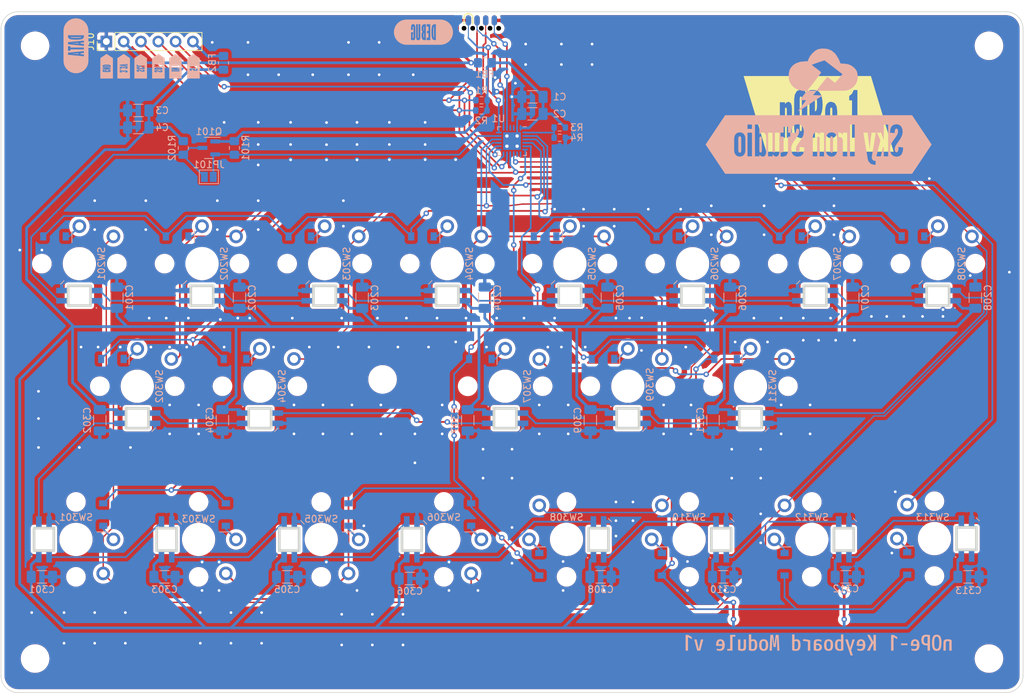
<source format=kicad_pcb>
(kicad_pcb (version 20211014) (generator pcbnew)
  (layers (0 "F.Cu" signal) (31 "B.Cu" signal) (34 "B.Paste" user) (35 "F.Paste" user) (36 "B.SilkS" user "B.Silkscreen") (37 "F.SilkS" user "F.Silkscreen") (38 "B.Mask" user) (39 "F.Mask" user) (44 "Edge.Cuts" user))
  (net 0 "")
  (net 1 "+3.3V")
  (net 2 "GND")
  (net 3 "LED_DATA_3V3")
  (net 4 "3.3V_UNF")
  (net 5 "5V_UNF")
  (net 6 "I2C_SCL")
  (net 7 "I2C_SDA")
  (net 8 "INT")
  (net 9 "NRST")
  (net 10 "SWCLK")
  (net 12 "SWDIO")
  (net 13 "ADDR_SET")
  (net 14 "LED_DATA")
  (net 15 "ROW_A")
  (net 16 "COL_M")
  (net 17 "COL_N")
  (net 18 "COL_O")
  (net 19 "COL_P")
  (net 20 "ROW_B")
  (net 21 "ROW_C")
  (net 22 "ROW_D")
  (net 23 "ROW_E")
  (net 24 "Net-(SW201-Pad2)")
  (net 25 "Net-(SW202-Pad2)")
  (net 26 "Net-(SW203-Pad2)")
  (net 27 "Net-(SW204-Pad2)")
  (net 28 "Net-(SW205-Pad2)")
  (net 29 "Net-(SW206-Pad2)")
  (net 30 "Net-(SW207-Pad2)")
  (net 31 "/Multifunction Switches/LED_DATA_OUT")
  (net 32 "Net-(SW301-Pad2)")
  (net 33 "Net-(SW301-Pad4)")
  (net 34 "Net-(SW305-Pad2)")
  (net 35 "Net-(SW308-Pad2)")
  (net 36 "Net-(SW310-Pad2)")
  (net 37 "Net-(SW302-Pad4)")
  (net 38 "/Octave Switches/LED_DATA_OUT")
  (net 43 "Net-(SW303-Pad2)")
  (net 44 "Net-(SW304-Pad4)")
  (net 45 "Net-(SW307-Pad4)")
  (net 46 "Net-(SW306-Pad2)")
  (net 47 "Net-(SW309-Pad4)")
  (net 48 "Net-(SW312-Pad2)")
  (net 49 "COL_Q")
  (net 50 "+5V")
  (footprint "MountingHole:MountingHole_3.2mm_M3_DIN965" (layer "F.Cu") (at 75 155)
    (fp_text reference "H104" hide)
    (fp_text value "MountingHole")
  )
  (footprint "BVH_Logos:SkyIron_logo_Back" (layer "F.Cu") (at 190 70)
    (fp_text reference "LOGO101" hide)
    (fp_text value "SkyIronLogo-Back" hide)
  )
  (footprint "MountingHole:MountingHole_3.2mm_M3_DIN965" (layer "F.Cu") (at 75 65)
    (fp_text reference "H103" hide)
    (fp_text value "MountingHole")
  )
  (footprint "BVH_Switches:Keyswitch_Choc_w_SK6812Mini-E_Back_SOD-103_Diode_LtoR" (layer "F.Cu") (at 99.5 97)
    (fp_text reference "SW202")
    (fp_text value "Keyswitch-SK6812Mini-E")
    (fp_rect (start -1.65 3.25) (end 1.65 6.15) (layer "Edge.Cuts") (width 0.4) (fill none))
  )
  (footprint "BVH_Switches:Keyswitch_Choc_w_SK6812Mini-E_Back_SOD-103_Diode_LtoR" (layer "F.Cu") (at 207.5 97)
    (fp_text reference "SW208")
    (fp_text value "Keyswitch-SK6812Mini-E")
    (fp_rect (start -1.65 3.25) (end 1.65 6.15) (layer "Edge.Cuts") (width 0.4) (fill none))
  )
  (footprint "MountingHole:MountingHole_3.2mm_M3_DIN965" (layer "F.Cu") (at 126 114)
    (fp_text reference "H105" hide)
    (fp_text value "MountingHole")
  )
  (footprint "BVH_Switches:Keyswitch_Choc_w_SK6812Mini-E_Back_SOD-103_Diode_LtoR" (layer "F.Cu") (at 81.5 97)
    (fp_text reference "SW201")
    (fp_text value "Keyswitch-SK6812Mini-E")
    (fp_rect (start -1.65 3.25) (end 1.65 6.15) (layer "Edge.Cuts") (width 0.4) (fill none))
  )
  (footprint "BVH_Switches:Keyswitch_Choc_SK6812_Diode_Vert_L" (layer "F.Cu") (at 81 137.5)
    (fp_text reference "SW301")
    (fp_text value "Keyswitch-SK6812Mini-E")
    (fp_rect (start -3.25 -1.65) (end -6.15 1.65) (layer "Edge.Cuts") (width 0.4) (fill none))
  )
  (footprint "BVH_Switches:Keyswitch_Choc_w_SK6812Mini-E_Back_SOD-103_Diode_RtoL" (layer "F.Cu") (at 144 115)
    (fp_text reference "SW307")
    (fp_text value "Keyswitch-SK6812Mini-E")
    (fp_rect (start -1.65 3.25) (end 1.65 6.15) (layer "Edge.Cuts") (width 0.4) (fill none))
  )
  (footprint "BVH_Switches:Keyswitch_Choc_SK6812_Diode_Vert_R" (layer "F.Cu") (at 153 137.5)
    (fp_text reference "SW308")
    (fp_text value "Keyswitch-SK6812Mini-E")
    (fp_rect (start 3.25 1.65) (end 6.15 -1.65) (layer "Edge.Cuts") (width 0.4) (fill none))
  )
  (footprint "BVH_Switches:Keyswitch_Choc_SK6812_Diode_Vert_L" (layer "F.Cu") (at 99 137.5)
    (fp_text reference "SW303")
    (fp_text value "Keyswitch-SK6812Mini-E")
    (fp_rect (start -3.25 -1.65) (end -6.15 1.65) (layer "Edge.Cuts") (width 0.4) (fill none))
  )
  (footprint "Connector_PinHeader_2.54mm:PinHeader_1x06_P2.54mm_Vertical" (layer "F.Cu") (at 85.46 64.375 90)
    (fp_text reference "J10")
    (fp_text value "Data")
  )
  (footprint "BVH_Switches:Keyswitch_Choc_SK6812_Diode_Vert_R" (layer "F.Cu") (at 189 137.5)
    (fp_text reference "SW312")
    (fp_text value "Keyswitch-SK6812Mini-E")
    (fp_rect (start 3.25 1.65) (end 6.15 -1.65) (layer "Edge.Cuts") (width 0.4) (fill none))
  )
  (footprint "BVH_Switches:Keyswitch_Choc_w_SK6812Mini-E_Back_SOD-103_Diode_RtoL" (layer "F.Cu") (at 108 115)
    (fp_text reference "SW304")
    (fp_text value "Keyswitch-SK6812Mini-E")
    (fp_rect (start -1.65 3.25) (end 1.65 6.15) (layer "Edge.Cuts") (width 0.4) (fill none))
  )
  (footprint "BVH_Switches:Keyswitch_Choc_w_SK6812Mini-E_Back_SOD-103_Diode_RtoL" (layer "F.Cu") (at 162 115)
    (fp_text reference "SW309")
    (fp_text value "Keyswitch-SK6812Mini-E")
    (fp_rect (start -1.65 3.25) (end 1.65 6.15) (layer "Edge.Cuts") (width 0.4) (fill none))
  )
  (footprint "BVH_Switches:Keyswitch_Choc_w_SK6812Mini-E_Back_SOD-103_Diode_RtoL" (layer "F.Cu") (at 90 115)
    (fp_text reference "SW302")
    (fp_text value "Keyswitch-SK6812Mini-E")
    (fp_rect (start -1.65 3.25) (end 1.65 6.15) (layer "Edge.Cuts") (width 0.4) (fill none))
  )
  (footprint "BVH_Switches:Keyswitch_Choc_w_SK6812Mini-E_Back_SOD-103_Diode_LtoR" (layer "F.Cu") (at 117.5 97)
    (fp_text reference "SW203")
    (fp_text value "Keyswitch-SK6812Mini-E")
    (fp_rect (start -1.65 3.25) (end 1.65 6.15) (layer "Edge.Cuts") (width 0.4) (fill none))
  )
  (footprint "MountingHole:MountingHole_3.2mm_M3_DIN965" (layer "F.Cu") (at 215 65)
    (fp_text reference "H102" hide)
    (fp_text value "MountingHole")
  )
  (footprint "BVH_SOICbite:SOICbite_renumbered" (layer "F.Cu") (at 140.5 60.1395 180)
    (fp_text reference "J11" hide)
    (fp_text value "Debug")
  )
  (footprint "kibuzzard-6388C06F" (layer "F.Cu") (at 190 75)
    (fp_text reference "kibuzzard-6388C06F" hide)
    (fp_text value "G***" hide)
  )
  (footprint "BVH_Switches:Keyswitch_Choc_SK6812_Diode_Vert_R" (layer "F.Cu") (at 171 137.5)
    (fp_text reference "SW310")
    (fp_text value "Keyswitch-SK6812Mini-E")
    (fp_rect (start 3.25 1.65) (end 6.15 -1.65) (layer "Edge.Cuts") (width 0.4) (fill none))
  )
  (footprint "BVH_Switches:Keyswitch_Choc_SK6812_Diode_Vert_L" (layer "F.Cu") (at 135 137.5)
    (fp_text reference "SW306")
    (fp_text value "Keyswitch-SK6812Mini-E")
    (fp_rect (start -3.25 -1.65) (end -6.15 1.65) (layer "Edge.Cuts") (width 0.4) (fill none))
  )
  (footprint "BVH_Switches:Keyswitch_Choc_SK6812_Diode_Vert_R" (layer "F.Cu") (at 207 137.385)
    (fp_text reference "SW313")
    (fp_text value "Keyswitch-SK6812Mini-E")
    (fp_rect (start 3.25 1.65) (end 6.15 -1.65) (layer "Edge.Cuts") (width 0.4) (fill none))
  )
  (footprint "MountingHole:MountingHole_3.2mm_M3_DIN965" (layer "F.Cu") (at 215 155)
    (fp_text reference "H101" hide)
    (fp_text value "MountingHole")
  )
  (footprint "BVH_Switches:Keyswitch_Choc_w_SK6812Mini-E_Back_SOD-103_Diode_LtoR" (layer "F.Cu") (at 153.5 97)
    (fp_text reference "SW205")
    (fp_text value "Keyswitch-SK6812Mini-E")
    (fp_rect (start -1.65 3.25) (end 1.65 6.15) (layer "Edge.Cuts") (width 0.4) (fill none))
  )
  (footprint "BVH_Switches:Keyswitch_Choc_w_SK6812Mini-E_Back_SOD-103_Diode_RtoL" (layer "F.Cu") (at 180 115)
    (fp_text reference "SW311")
    (fp_text value "Keyswitch-SK6812Mini-E")
    (fp_rect (start -1.65 3.25) (end 1.65 6.15) (layer "Edge.Cuts") (width 0.4) (fill none))
  )
  (footprint "BVH_Switches:Keyswitch_Choc_w_SK6812Mini-E_Back_SOD-103_Diode_LtoR" (layer "F.Cu") (at 135.5 97)
    (fp_text reference "SW204")
    (fp_text value "Keyswitch-SK6812Mini-E")
    (fp_rect (start -1.65 3.25) (end 1.65 6.15) (layer "Edge.Cuts") (width 0.4) (fill none))
  )
  (footprint "BVH_Switches:Keyswitch_Choc_w_SK6812Mini-E_Back_SOD-103_Diode_LtoR" (layer "F.Cu") (at 171.5 97)
    (fp_text reference "SW206")
    (fp_text value "Keyswitch-SK6812Mini-E")
    (fp_rect (start -1.65 3.25) (end 1.65 6.15) (layer "Edge.Cuts") (width 0.4) (fill none))
  )
  (footprint "BVH_Switches:Keyswitch_Choc_SK6812_Diode_Vert_L" (layer "F.Cu") (at 117 137.5)
    (fp_text reference "SW305")
    (fp_text value "Keyswitch-SK6812Mini-E")
    (fp_rect (start -3.25 -1.65) (end -6.15 1.65) (layer "Edge.Cuts") (width 0.4) (fill none))
  )
  (footprint "BVH_Switches:Keyswitch_Choc_w_SK6812Mini-E_Back_SOD-103_Diode_LtoR" (layer "F.Cu") (at 189.5 97)
    (fp_text reference "SW207")
    (fp_text value "Keyswitch-SK6812Mini-E")
    (fp_rect (start -1.65 3.25) (end 1.65 6.15) (layer "Edge.Cuts") (width 0.4) (fill none))
  )
  (footprint "Capacitor_SMD:C_1206_3216Metric_Pad1.33x1.80mm_HandSolder" (layer "B.Cu") (at 105 102 90)
    (fp_text reference "C202")
    (fp_text value "0.1u")
  )
  (footprint "Capacitor_SMD:C_1206_3216Metric_Pad1.33x1.80mm_HandSolder" (layer "B.Cu") (at 174.5 120 -90)
    (fp_text reference "C311")
    (fp_text value "0.1u")
  )
  (footprint "Capacitor_SMD:C_1206_3216Metric_Pad1.33x1.80mm_HandSolder" (layer "B.Cu") (at 156.5 120 -90)
    (fp_text reference "C309")
    (fp_text value "0.1u")
  )
  (footprint "Capacitor_SMD:C_1206_3216Metric_Pad1.33x1.80mm_HandSolder" (layer "B.Cu") (at 130 143.25)
    (fp_text reference "C306")
    (fp_text value "0.1u")
  )
  (footprint "Capacitor_SMD:C_1206_3216Metric_Pad1.33x1.80mm_HandSolder" (layer "B.Cu") (at 87 102 90)
    (fp_text reference "C201")
    (fp_text value "0.1u")
  )
  (footprint "kibuzzard-6388C4FD" (layer "B.Cu") (at 88 68 90)
    (fp_text reference "kibuzzard-6388C4FD" hide)
    (fp_text value "G***" hide)
  )
  (footprint "Resistor_SMD:R_0805_2012Metric_Pad1.20x1.40mm_HandSolder" (layer "B.Cu") (at 104.25 80 90)
    (fp_text reference "R101")
    (fp_text value "10k")
  )
  (footprint "Capacitor_SMD:C_1206_3216Metric_Pad1.33x1.80mm_HandSolder" (layer "B.Cu") (at 90.15 77 180)
    (fp_text reference "C4")
    (fp_text value "0.1u")
  )
  (footprint "Capacitor_SMD:C_1206_3216Metric_Pad1.33x1.80mm_HandSolder" (layer "B.Cu") (at 176 143)
    (fp_text reference "C310")
    (fp_text value "0.1u")
  )
  (footprint "Resistor_SMD:R_0603_1608Metric" (layer "B.Cu") (at 140.5 74.5 180)
    (fp_text reference "R2")
    (fp_text value "2k2")
  )
  (footprint "Capacitor_SMD:C_1206_3216Metric_Pad1.33x1.80mm_HandSolder" (layer "B.Cu") (at 148 75 180)
    (fp_text reference "C2")
    (fp_text value "0.1u")
  )
  (footprint "kibuzzard-6388D403" (layer "B.Cu") (at 190 153 180)
    (fp_text reference "kibuzzard-6388D403" hide)
    (fp_text value "G***" hide)
  )
  (footprint "Capacitor_SMD:C_1206_3216Metric_Pad1.33x1.80mm_HandSolder" (layer "B.Cu") (at 138.5 120 -90)
    (fp_text reference "C307")
    (fp_text value "0.1u")
  )
  (footprint "kibuzzard-6388C51A" (layer "B.Cu") (at 85.5 68 90)
    (fp_text reference "kibuzzard-6388C51A" hide)
    (fp_text value "G***" hide)
  )
  (footprint "Resistor_SMD:R_0805_2012Metric_Pad1.20x1.40mm_HandSolder" (layer "B.Cu") (at 141 67.5)
    (fp_text reference "FB1")
    (fp_text value "100R @ 100 MHz")
  )
  (footprint "Capacitor_SMD:C_1206_3216Metric_Pad1.33x1.80mm_HandSolder" (layer "B.Cu") (at 123 102 90)
    (fp_text reference "C203")
    (fp_text value "0.1u")
  )
  (footprint "Capacitor_SMD:C_1206_3216Metric_Pad1.33x1.80mm_HandSolder" (layer "B.Cu") (at 141 102 90)
    (fp_text reference "C204")
    (fp_text value "0.1u")
  )
  (footprint "Package_TO_SOT_SMD:SOT-23" (layer "B.Cu") (at 100.5 80 180)
    (fp_text reference "Q101")
    (fp_text value "2N7002")
  )
  (footprint "kibuzzard-6388C567" (layer "B.Cu") (at 95.6 68 90)
    (fp_text reference "kibuzzard-6388C567" hide)
    (fp_text value "G***" hide)
  )
  (footprint "kibuzzard-6388C552" (layer "B.Cu") (at 93.1 68 90)
    (fp_text reference "kibuzzard-6388C552" hide)
    (fp_text value "G***" hide)
  )
  (footprint "Capacitor_SMD:C_1206_3216Metric_Pad1.33x1.80mm_HandSolder" (layer "B.Cu") (at 112 143)
    (fp_text reference "C305")
    (fp_text value "0.1u")
  )
  (footprint "Capacitor_SMD:C_1206_3216Metric_Pad1.33x1.80mm_HandSolder" (layer "B.Cu") (at 159 102 90)
    (fp_text reference "C205")
    (fp_text value "0.1u")
  )
  (footprint "Capacitor_SMD:C_1206_3216Metric_Pad1.33x1.80mm_HandSolder" (layer "B.Cu") (at 148 72.5 180)
    (fp_text reference "C1")
    (fp_text value "10u")
  )
  (footprint "Capacitor_SMD:C_1206_3216Metric_Pad1.33x1.80mm_HandSolder" (layer "B.Cu") (at 158 143)
    (fp_text reference "C308")
    (fp_text value "0.1u")
  )
  (footprint "Capacitor_SMD:C_1206_3216Metric_Pad1.33x1.80mm_HandSolder" (layer "B.Cu") (at 102.5 120 -90)
    (fp_text reference "C304")
    (fp_text value "0.1u")
  )
  (footprint "kibuzzard-6388C535" (layer "B.Cu") (at 90.5 68 90)
    (fp_text reference "kibuzzard-6388C535" hide)
    (fp_text value "G***" hide)
  )
  (footprint "Package_DFN_QFN:QFN-24-1EP_4x4mm_P0.5mm_EP2.6x2.6mm" (layer "B.Cu") (at 145 79 180)
    (fp_text reference "U1")
    (fp_text value "ATSAMD10D13A-M")
  )
  (footprint "kibuzzard-6388C579" (layer "B.Cu") (at 98.25 68 90)
    (fp_text reference "kibuzzard-6388C579" hide)
    (fp_text value "G***" hide)
  )
  (footprint "Resistor_SMD:R_0603_1608Metric" (layer "B.Cu") (at 152 77 180)
    (fp_text reference "R3")
    (fp_text value "?")
  )
  (footprint "Jumper:SolderJumper-2_P1.3mm_Open_Pad1.0x1.5mm" (layer "B.Cu") (at 100.5 84.25 180)
    (fp_text reference "JP101")
    (fp_text value "Jumper_2_Open")
  )
  (footprint "Capacitor_SMD:C_1206_3216Metric_Pad1.33x1.80mm_HandSolder" (layer "B.Cu") (at 84.5 120 -90)
    (fp_text reference "C302")
    (fp_text value "0.1u")
  )
  (footprint "Resistor_SMD:R_0603_1608Metric" (layer "B.Cu") (at 140.52 73 180)
    (fp_text reference "R1")
    (fp_text value "2k2")
  )
  (footprint "Capacitor_SMD:C_1206_3216Metric_Pad1.33x1.80mm_HandSolder" (layer "B.Cu") (at 94 143)
    (fp_text reference "C303")
    (fp_text value "0.1u")
  )
  (footprint "kibuzzard-6388C408" (layer "B.Cu") (at 190 79.5 180)
    (fp_text reference "kibuzzard-6388C408" hide)
    (fp_text value "G***" hide)
  )
  (footprint "Capacitor_SMD:C_1206_3216Metric_Pad1.33x1.80mm_HandSolder" (layer "B.Cu") (at 90.15 74.5 180)
    (fp_text reference "C3")
    (fp_text value "10u")
  )
  (footprint "Capacitor_SMD:C_1206_3216Metric_Pad1.33x1.80mm_HandSolder" (layer "B.Cu") (at 177 102 90)
    (fp_text reference "C206")
    (fp_text value "0.1u")
  )
  (footprint "kibuzzard-6388C61B" (layer "B.Cu") (at 81 65 -90)
    (fp_text reference "kibuzzard-6388C61B" hide)
    (fp_text value "G***" hide)
  )
  (footprint "kibuzzard-6388C475" (layer "B.Cu") (at 132 63 180)
    (fp_text reference "kibuzzard-6388C475" hide)
    (fp_text value "G***" hide)
  )
  (footprint "Resistor_SMD:R_0805_2012Metric_Pad1.20x1.40mm_HandSolder" (layer "B.Cu") (at 96.75 80 -90)
    (fp_text reference "R102")
    (fp_text value "10k")
  )
  (footprint "Resistor_SMD:R_0603_1608Metric" (layer "B.Cu") (at 152 78.5)
    (fp_text reference "R4")
    (fp_text value "?")
  )
  (footprint "Capacitor_SMD:C_1206_3216Metric_Pad1.33x1.80mm_HandSolder" (layer "B.Cu") (at 194 143)
    (fp_text reference "C312")
    (fp_text value "0.1u")
  )
  (footprint "Capacitor_SMD:C_1206_3216Metric_Pad1.33x1.80mm_HandSolder" (layer "B.Cu") (at 213 102 90)
    (fp_text reference "C208")
    (fp_text value "0.1u")
  )
  (footprint "Capacitor_SMD:C_1206_3216Metric_Pad1.33x1.80mm_HandSolder" (layer "B.Cu") (at 76 143)
    (fp_text reference "C301")
    (fp_text value "0.1u")
  )
  (footprint "Resistor_SMD:R_0805_2012Metric_Pad1.20x1.40mm_HandSolder" (layer "B.Cu") (at 102.65 67.5 -90)
    (fp_text reference "FB2")
    (fp_text value "100R @ 100 MHz")
  )
  (footprint "Capacitor_SMD:C_1206_3216Metric_Pad1.33x1.80mm_HandSolder" (layer "B.Cu") (at 195 102 90)
    (fp_text reference "C207")
    (fp_text value "0.1u")
  )
  (footprint "Capacitor_SMD:C_1206_3216Metric_Pad1.33x1.80mm_HandSolder" (layer "B.Cu") (at 212 143)
    (fp_text reference "C313")
    (fp_text value "0.1u")
  )
  (gr_line (start 72.5 160) (end 217.5 160) (layer "Edge.Cuts") (width 0.1))
  (gr_line (start 217.5 60) (end 72.5 60) (layer "Edge.Cuts") (width 0.1))
  (gr_arc (start 72.5 160) (mid 70.732233 159.267767) (end 70 157.5) (layer "Edge.Cuts") (width 0.1))
  (gr_arc (start 220 157.5) (mid 219.267767 159.267767) (end 217.5 160) (layer "Edge.Cuts") (width 0.1))
  (gr_arc (start 70 62.5) (mid 70.732233 60.732233) (end 72.5 60) (layer "Edge.Cuts") (width 0.1))
  (gr_line (start 70 62.5) (end 70 157.5) (layer "Edge.Cuts") (width 0.1))
  (gr_line (start 220 157.5) (end 220 62.5) (layer "Edge.Cuts") (width 0.1))
  (gr_arc (start 217.5 60) (mid 219.267767 60.732233) (end 220 62.5) (layer "Edge.Cuts") (width 0.1))
  (segment (start 203 138.885) (end 201.5 137.385) (width 0.25) (layer "B.Cu") (net 0))
  (segment (start 160.5 111) (end 162 109.5) (width 0.25) (layer "B.Cu") (net 0))
  (segment (start 103 136) (end 104.5 137.5) (width 0.25) (layer "B.Cu") (net 0))
  (segment (start 139 136) (end 140.5 137.5) (width 0.25) (layer "B.Cu") (net 0))
  (segment (start 170 93) (end 171.5 91.5) (width 0.25) (layer "B.Cu") (net 0))
  (segment (start 79.5 93) (end 80 93) (width 0.25) (layer "B.Cu") (net 0))
  (segment (start 106.5 111) (end 108 109.5) (width 0.25) (layer "B.Cu") (net 0))
  (segment (start 134 93) (end 135.5 91.5) (width 0.25) (layer "B.Cu") (net 0))
  (segment (start 205.5 93) (end 206 93) (width 0.25) (layer "B.Cu") (net 0))
  (segment (start 85 135.5) (end 85 136) (width 0.25) (layer "B.Cu") (net 0))
  (segment (start 142 111) (end 142.5 111) (width 0.25) (layer "B.Cu") (net 0))
  (segment (start 185 139) (end 185 139.5) (width 0.25) (layer "B.Cu") (net 0))
  (segment (start 203 139.385) (end 203 138.885) (width 0.25) (layer "B.Cu") (net 0))
  (segment (start 85 136) (end 86.5 137.5) (width 0.25) (layer "B.Cu") (net 0))
  (segment (start 98 93) (end 99.5 91.5) (width 0.25) (layer "B.Cu") (net 0))
  (segment (start 97.5 93) (end 98 93) (width 0.25) (layer "B.Cu") (net 0))
  (segment (start 88.5 111) (end 90 109.5) (width 0.25) (layer "B.Cu") (net 0))
  (segment (start 187.5 93) (end 188 93) (width 0.25) (layer "B.Cu") (net 0))
  (segment (start 206 93) (end 207.5 91.5) (width 0.25) (layer "B.Cu") (net 0))
  (segment (start 183.5 137.5) (end 185 139) (width 0.25) (layer "B.Cu") (net 0))
  (segment (start 178 111) (end 178.5 111) (width 0.25) (layer "B.Cu") (net 0))
  (segment (start 169.5 93) (end 170 93) (width 0.25) (layer "B.Cu") (net 0))
  (segment (start 116 93) (end 117.5 91.5) (width 0.25) (layer "B.Cu") (net 0))
  (segment (start 160 111) (end 160.5 111) (width 0.25) (layer "B.Cu") (net 0))
  (segment (start 80 93) (end 81.5 91.5) (width 0.25) (layer "B.Cu") (net 0))
  (segment (start 167 139) (end 167 139.5) (width 0.25) (layer "B.Cu") (net 0))
  (segment (start 133.5 93) (end 134 93) (width 0.25) (layer "B.Cu") (net 0))
  (segment (start 151.5 93) (end 152 93) (width 0.25) (layer "B.Cu") (net 0))
  (segment (start 139 135.5) (end 139 136) (width 0.25) (layer "B.Cu") (net 0))
  (segment (start 115.5 93) (end 116 93) (width 0.25) (layer "B.Cu") (net 0))
  (segment (start 152 93) (end 153.5 91.5) (width 0.25) (layer "B.Cu") (net 0))
  (segment (start 165.5 137.5) (end 167 139) (width 0.25) (layer "B.Cu") (net 0))
  (segment (start 121 136) (end 122.5 137.5) (width 0.25) (layer "B.Cu") (net 0))
  (segment (start 121 135.5) (end 121 136) (width 0.25) (layer "B.Cu") (net 0))
  (segment (start 142.5 111) (end 144 109.5) (width 0.25) (layer "B.Cu") (net 0))
  (segment (start 149 139) (end 149 139.5) (width 0.25) (layer "B.Cu") (net 0))
  (segment (start 88 111) (end 88.5 111) (width 0.25) (layer "B.Cu") (net 0))
  (segment (start 147.5 137.5) (end 149 139) (width 0.25) (layer "B.Cu") (net 0))
  (segment (start 188 93) (end 189.5 91.5) (width 0.25) (layer "B.Cu") (net 0))
  (segment (start 106 111) (end 106.5 111) (width 0.25) (layer "B.Cu") (net 0))
  (segment (start 103 135.5) (end 103 136) (width 0.25) (layer "B.Cu") (net 0))
  (segment (start 178.5 111) (end 180 109.5) (width 0.25) (layer "B.Cu") (net 0))
  (segment (start 144.5625 67.5) (end 149.5625 72.5) (width 0.4) (layer "B.Cu") (net 1))
  (segment (start 152.825 77) (end 150.825 75) (width 0.4) (layer "B.Cu") (net 1))
  (segment (start 101.4375 79.05) (end 104.2 79.05) (width 0.4) (layer "B.Cu") (net 1))
  (segment (start 104.2 79.05) (end 104.25 79) (width 0.4) (layer "B.Cu") (net 1))
  (segment (start 104.25 79) (end 105.524501 77.725499) (width 0.4) (layer "B.Cu") (net 1))
  (segment (start 138.099501 77.725499) (end 141.325 74.5) (width 0.4) (layer "B.Cu") (net 1))
  (segment (start 142 67.5) (end 144.5625 67.5) (width 0.4) (layer "B.Cu") (net 1))
  (segment (start 149.5625 75) (end 147.5 77.0625) (width 0.4) (layer "B.Cu") (net 1))
  (segment (start 105.524501 77.725499) (end 138.099501 77.725499) (width 0.4) (layer "B.Cu") (net 1))
  (segment (start 141.345 73) (end 141.345 68.155) (width 0.4) (layer "B.Cu") (net 1))
  (segment (start 150.825 75) (end 149.5625 75) (width 0.4) (layer "B.Cu") (net 1))
  (segment (start 141.345 73) (end 141.345 74.48) (width 0.4) (layer "B.Cu") (net 1))
  (segment (start 149.5625 72.5) (end 149.5625 75) (width 0.4) (layer "B.Cu") (net 1))
  (segment (start 141.345 68.155) (end 142 67.5) (width 0.4) (layer "B.Cu") (net 1))
  (segment (start 147.5 77.0625) (end 146.2745 77.0625) (width 0.4) (layer "B.Cu") (net 1))
  (via (at 121 69.25) (size 0.8) (drill 0.4) (layers "F.Cu" "B.Cu") (net 2))
  (via (at 117.775525 79.5255) (size 0.8) (drill 0.4) (layers "F.Cu" "B.Cu") (net 2))
  (via (at 101 64.5) (size 0.8) (drill 0.4) (layers "F.Cu" "B.Cu") (net 2))
  (via (at 177.75 108.5) (size 0.8) (drill 0.4) (layers "F.Cu" "B.Cu") (net 2))
  (via (at 155.5 89) (size 0.8) (drill 0.4) (layers "F.Cu" "B.Cu") (net 2))
  (via (at 83.75 148.25) (size 0.8) (drill 0.4) (layers "F.Cu" "B.Cu") (net 2))
  (via (at 134.75 117.75) (size 0.8) (drill 0.4) (layers "F.Cu" "B.Cu") (net 2))
  (via (at 187.75 105) (size 0.8) (drill 0.4) (layers "F.Cu" "B.Cu") (net 2))
  (via (at 181.5 124.25) (size 0.8) (drill 0.4) (layers "F.Cu" "B.Cu") (net 2))
  (via (at 88.25 148.25) (size 0.8) (drill 0.4) (layers "F.Cu" "B.Cu") (net 2))
  (via (at 123.25 135.5) (size 0.8) (drill 0.4) (layers "F.Cu" "B.Cu") (net 2))
  (via (at 167.25 117.75) (size 0.8) (drill 0.4) (layers "F.Cu" "B.Cu") (net 2))
  (via (at 184.5 122) (size 0.8) (drill 0.4) (layers "F.Cu" "B.Cu") (net 2))
  (via (at 132.25 76.25) (size 0.8) (drill 0.4) (layers "F.Cu" "B.Cu") (net 2))
  (via (at 81.75 109.25) (size 0.8) (drill 0.4) (layers "F.Cu" "B.Cu") (net 2))
  (via (at 75.5 115.75) (size 0.8) (drill 0.4) (layers "F.Cu" "B.Cu") (net 2))
  (via (at 142.75 105) (size 0.8) (drill 0.4) (layers "F.Cu" "B.Cu") (net 2))
  (via (at 99.512299 140.8245) (size 0.8) (drill 0.4) (layers "F.Cu" "B.Cu") (net 2))
  (via (at 91.25 92) (size 0.8) (drill 0.4) (layers "F.Cu" "B.Cu") (net 2))
  (via (at 107.75 87.75) (size 0.8) (drill 0.4) (layers "F.Cu" "B.Cu") (net 2))
  (via (at 130.75 122) (size 0.8) (drill 0.4) (layers "F.Cu" "B.Cu") (net 2))
  (via (at 127 76.25) (size 0.8) (drill 0.4) (layers "F.Cu" "B.Cu") (net 2))
  (via (at 145.75 79.75) (size 0.7) (drill 0.5) (layers "F.Cu" "B.Cu") (net 2))
  (via (at 119.5 109.25) (size 0.8) (drill 0.4) (layers "F.Cu" "B.Cu") (net 2))
  (via (at 128.25 109.25) (size 0.8) (drill 0.4) (layers "F.Cu" "B.Cu") (net 2))
  (via (at 188.75 122) (size 0.8) (drill 0.4) (layers "F.Cu" "B.Cu") (net 2))
  (via (at 144.25 78.25) (size 0.7) (drill 0.5) (layers "F.Cu" "B.Cu") (net 2))
  (via (at 144.25 79.75) (size 0.7) (drill 0.5) (layers "F.Cu" "B.Cu") (net 2))
  (via (at 149 117.75) (size 0.8) (drill 0.4) (layers "F.Cu" "B.Cu") (net 2))
  (via (at 88.25 152.75) (size 0.8) (drill 0.4) (layers "F.Cu" "B.Cu") (net 2))
  (via (at 171.2755 117.75) (size 0.8) (drill 0.4) (layers "F.Cu" "B.Cu") (net 2))
  (via (at 158.5 145) (size 0.8) (drill 0.4) (layers "F.Cu" "B.Cu") (net 2))
  (via (at 127 81.7245) (size 0.8) (drill 0.4) (layers "F.Cu" "B.Cu") (net 2))
  (via (at 130.5 69.25) (size 0.8) (drill 0.4) (layers "F.Cu" "B.Cu") (net 2))
  (via (at 120 105) (size 0.8) (drill 0.4) (layers "F.Cu" "B.Cu") (net 2))
  (via (at 110 109.25) (size 0.8) (drill 0.4) (layers "F.Cu" "B.Cu") (net 2))
  (via (at 87.5 109.25) (size 0.8) (drill 0.4) (layers "F.Cu" "B.Cu") (net 2))
  (via (at 107.75 79.5) (size 0.8) (drill 0.4) (layers "F.Cu" "B.Cu") (net 2))
  (via (at 187.75 108.25) (size 0.8) (drill 0.4) (layers "F.Cu" "B.Cu") (net 2))
  (via (at 108.25 152.75) (size 0.8) (drill 0.4) (layers "F.Cu" "B.Cu") (net 2))
  (via (at 173.350501 105.378043) (size 0.8) (drill 0.4) (layers "F.Cu" "B.Cu") (net 2))
  (via (at 132.25 81.7245) (size 0.8) (drill 0.4) (layers "F.Cu" "B.Cu") (net 2))
  (via (at 125.25 105) (size 0.8) (drill 0.4) (layers "F.Cu" "B.Cu") (net 2))
  (via (at 106.5 105) (size 0.8) (drill 0.4) (layers "F.Cu" "B.Cu") (net 2))
  (via (at 218 98.25) (size 0.8) (drill 0.4) (layers "F.Cu" "B.Cu") (net 2))
  (via (at 190 108.25) (size 0.8) (drill 0.4) (layers "F.Cu" "B.Cu") (net 2))
  (via (at 129 153) (size 0.8) (drill 0.4) (layers "F.Cu" "B.Cu") (net 2))
  (via (at 121 64.5) (size 0.8) (drill 0.4) (layers "F.Cu" "B.Cu") (net 2))
  (via (at 182.5 108.5) (size 0.8) (drill 0.4) (layers "F.Cu" "B.Cu") (net 2))
  (via (at 101.75 87.75) (size 0.8) (drill 0.4) (layers "F.Cu" "B.Cu") (net 2))
  (via (at 197.75 104.75) (size 0.8) (drill 0.4) (layers "F.Cu" "B.Cu") (net 2))
  (via (at 142.5255 69.66766) (size 0.8) (drill 0.4) (layers "F.Cu" "B.Cu") (net 2))
  (via (at 81.5 124) (size 0.8) (drill 0.4) (layers "F.Cu" "B.Cu") (net 2))
  (via (at 147 64.75) (size 0.8) (drill 0.4) (layers "F.Cu" "B.Cu") (net 2))
  (via (at 200 104.75) (size 0.8) (drill 0.4) (layers "F.Cu" "B.Cu") (net 2))
  (via (at 129 148.5) (size 0.8) (drill 0.4) (layers "F.Cu" "B.Cu") (net 2))
  (via (at 124.5 148.5) (size 0.8) (drill 0.4) (layers "F.Cu" "B.Cu") (net 2))
  (via (at 117.75 140.8245) (size 0.8) (drill 0.4) (layers "F.Cu" "B.Cu") (net 2))
  (via (at 74.5 148.25) (size 0.8) (drill 0.4) (layers "F.Cu" "B.Cu") (net 2))
  (via (at 106.25 69.25) (size 0.8) (drill 0.4) (layers "F.Cu" "B.Cu") (net 2))
  (via (at 147 67.75) (size 0.8) (drill 0.4) (layers "F.Cu" "B.Cu") (net 2))
  (via (at 182 88.5) (size 0.8) (drill 0.4) (layers "F.Cu" "B.Cu") (net 2))
  (via (at 94.75 122) (size 0.8) (drill 0.4) (layers "F.Cu" "B.Cu") (net 2))
  (via (at 167.25 122) (size 0.8) (drill 0.4) (layers "F.Cu" "B.Cu") (net 2))
  (via (at 102.75 109.25) (size 0.8) (drill 0.4) (layers "F.Cu" "B.Cu") (net 2))
  (via (at 177.25 128.5) (size 0.8) (drill 0.4) (layers "F.Cu" "B.Cu") (net 2))
  (via (at 136.724475 81.7245) (size 0.8) (drill 0.4) (layers "F.Cu" "B.Cu") (net 2))
  (via (at 76 95) (size 0.8) (drill 0.4) (layers "F.Cu" "B.Cu") (net 2))
  (via (at 152.25 109.25) (size 0.8) (drill 0.4) (layers "F.Cu" "B.Cu") (net 2))
  (via (at 169.75 89) (size 0.8) (drill 0.4) (layers "F.Cu" "B.Cu") (net 2))
  (via (at 153.25 117.75) (size 0.8) (drill 0.4) (layers "F.Cu" "B.Cu") (net 2))
  (via (at 102 145) (size 0.8) (drill 0.4) (layers "F.Cu" "B.Cu") (net 2))
  (via (at 112.5 79.5) (size 0.8) (drill 0.4) (layers "F.Cu" "B.Cu") (net 2))
  (via (at 91.75 105) (size 0.8) (drill 0.4) (layers "F.Cu" "B.Cu") (net 2))
  (via (at 135.75 145) (size 0.8) (drill 0.4) (layers "F.Cu" "B.Cu") (net 2))
  (via (at 121.5 122) (size 0.8) (drill 0.4) (layers "F.Cu" "B.Cu") (net 2))
  (via (at 156.75 67.75) (size 0.8) (drill 0.4) (layers "F.Cu" "B.Cu") (net 2))
  (via (at 115.75 69.25) (size 0.8) (drill 0.4) (layers "F.Cu" "B.Cu") (net 2))
  (via (at 208.25 104.75) (size 0.8) (drill 0.4) (layers "F.Cu" "B.Cu") (net 2))
  (via (at 160.25 105) (size 0.8) (drill 0.4) (layers "F.Cu" "B.Cu") (net 2))
  (via (at 170.75 145) (size 0.8) (drill 0.4) (layers "F.Cu" "B.Cu") (net 2))
  (via (at 120.25 87.75) (size 0.8) (drill 0.4) (layers "F.Cu" "B.Cu") (net 2))
  (via (at 153.25 122) (size 0.8) (drill 0.4) (layers "F.Cu" "B.Cu") (net 2))
  (via (at 120 148.5) (size 0.8) (drill 0.4) (layers "F.Cu" "B.Cu") (net 2))
  (via (at 125.75 122) (size 0.8) (drill 0.4) (layers "F.Cu" "B.Cu") (net 2))
  (via (at 99.5 145) (size 0.8) (drill 0.4) (layers "F.Cu" "B.Cu") (net 2))
  (via (at 142.754354 71.729756) (size 0.8) (drill 0.4) (layers "F.Cu" "B.Cu") (net 2))
  (via (at 121.5 117.75) (size 0.8) (drill 0.4) (layers "F.Cu" "B.Cu") (net 2))
  (via (at 83.75 87.75) (size 0.8) (drill 0.4) (layers "F.Cu" "B.Cu") (net 2))
  (via (at 162.25 105) (size 0.8) (drill 0.4) (layers "F.Cu" "B.Cu") (net 2))
  (via (at 140.75 128.5) (size 0.8) (drill 0.4) (layers "F.Cu" "B.Cu") (net 2))
  (via (at 102.010165 140.8245) (size 0.8) (drill 0.4) (layers "F.Cu" "B.Cu") (net 2))
  (via (at 195.25 108.25) (size 0.8) (drill 0.4) (layers "F.Cu" "B.Cu") (net 2))
  (via (at 94.75 117.75) (size 0.8) (drill 0.4) (layers "F.Cu" "B.Cu") (net 2))
  (via (at 145 141) (size 0.8) (drill 0.4) (layers "F.Cu" "B.Cu") (net 2))
  (via (at 164 109.75) (size 0.8) (drill 0.4) (layers "F.Cu" "B.Cu") (net 2))
  (via (at 145 124.25) (size 0.8) (drill 0.4) (layers "F.Cu" "B.Cu") (net 2))
  (via (at 152.25 67.75) (size 0.8) (drill 0.4) (layers "F.Cu" "B.Cu") (net 2))
  (via (at 181.5 128.5) (size 0.8) (drill 0.4) (layers "F.Cu" "B.Cu") (net 2))
  (via (at 135.75 140.8245) (size 0.8) (drill 0.4) (layers "F.Cu" "B.Cu") (net 2))
  (via (at 103.75 152.75) (size 0.8) (drill 0.4) (layers "F.Cu" "B.Cu") (net 2))
  (via (at 122.25 79.5) (size 0.8) (drill 0.4) (layers "F.Cu" "B.Cu") (net 2))
  (via (at 117.25 122) (size 0.8) (drill 0.4) (layers "F.Cu" "B.Cu") (net 2))
  (via (at 92 109.25) (size 0.8) (drill 0.4) (layers "F.Cu" "B.Cu") (net 2))
  (via (at 112.75 105) (size 0.8) (drill 0.4) (layers "F.Cu" "B.Cu") (net 2))
  (via (at 120 153) (size 0.8) (drill 0.4) (layers "F.Cu" "B.Cu") (net 2))
  (via (at 132.75 109.25) (size 0.8) (drill 0.4) (layers "F.Cu" "B.Cu") (net 2))
  (via (at 72.75 95) (size 0.8) (drill 0.4) (layers "F.Cu" "B.Cu") (net 2))
  (via (at 174.25 88.5) (size 0.8) (drill 0.4) (layers "F.Cu" "B.Cu") (net 2))
  (via (at 162.75 132) (size 0.8) (drill 0.4) (layers "F.Cu" "B.Cu") (net 2))
  (via (at 144.9745 72.482612) (size 0.8) (drill 0.4) (layers "F.Cu" "B.Cu") (net 2))
  (via (at 160 91.5) (size 0.8) (drill 0.4) (layers "F.Cu" "B.Cu") (net 2))
  (via (at 108.25 148.25) (size 0.8) (drill 0.4) (layers "F.Cu" "B.Cu") (net 2))
  (via (at 117.25 117.75) (size 0.8) (drill 0.4) (layers "F.Cu" "B.Cu") (net 2))
  (via (at 101.75 92) (size 0.8) (drill 0.4) (layers "F.Cu" "B.Cu") (net 2))
  (via (at 136.73407 108.491332) (size 0.8) (drill 0.4) (layers "F.Cu" "B.Cu") (net 2))
  (via (at 117.775525 81.75) (size 0.8) (drill 0.4) (layers "F.Cu" "B.Cu") (net 2))
  (via (at 188.75 117.75) (size 0.8) (drill 0.4) (layers "F.Cu" "B.Cu") (net 2))
  (via (at 75.5 124) (size 0.8) (drill 0.4) (layers "F.Cu" "B.Cu") (net 2))
  (via (at 117.775525 76.2755) (size 0.8) (drill 0.4) (layers "F.Cu" "B.Cu") (net 2))
  (via (at 112.5 76.25) (size 0.8) (drill 0.4) (layers "F.Cu" "B.Cu") (net 2))
  (via (at 110.75 69.25) (size 0.8) (drill 0.4) (layers "F.Cu" "B.Cu") (net 2))
  (via (at 83.75 152.75) (size 0.8) (drill 0.4) (layers "F.Cu" "B.Cu") (net 2))
  (via (at 145.5 70.5) (size 0.8) (drill 0.4) (layers "F.Cu" "B.Cu") (net 2))
  (via (at 122.25 145) (size 0.8) (drill 0.4) (layers "F.Cu" "B.Cu") (net 2))
  (via (at 94.75 109.25) (size 0.8) (drill 0.4) (layers "F.Cu" "B.Cu") (net 2))
  (via (at 89 124) (size 0.8) (drill 0.4) (layers "F.Cu" "B.Cu") (net 2))
  (via (at 165 89) (size 0.8) (drill 0.4) (layers "F.Cu" "B.Cu") (net 2))
  (via (at 97.25 109.25) (size 0.8) (drill 0.4) (layers "F.Cu" "B.Cu") (net 2))
  (via (at 125.75 117.75) (size 0.8) (drill 0.4) (layers "F.Cu" "B.Cu") (net 2))
  (via (at 192.25 84.5) (size 0.8) (drill 0.4) (layers "F.Cu" "B.Cu") (net 2))
  (via (at 177.25 124.25) (size 0.8) (drill 0.4) (layers "F.Cu" "B.Cu") (net 2))
  (via (at 160 89) (size 0.8) (drill 0.4) (layers "F.Cu" "B.Cu") (net 2))
  (via (at 115.25 109.25) (size 0.8) (drill 0.4) (layers "F.Cu" "B.Cu") (net 2))
  (via (at 107.75 82.5) (size 0.8) (drill 0.4) (layers "F.Cu" "B.Cu") (net 2))
  (via (at 164.037458 104.947746) (size 0.8) (drill 0.4) (layers "F.Cu" "B.Cu") (net 2))
  (via (at 183.75 84.5) (size 0.8) (drill 0.4) (layers "F.Cu" "B.Cu") (net 2))
  (via (at 146.75 105) (size 0.8) (drill 0.4) (layers "F.Cu" "B.Cu") (net 2))
  (via (at 84.25 109.25) (size 0.8) (drill 0.4) (layers "F.Cu" "B.Cu") (net 2))
  (via (at 104.75 105) (size 0.8) (drill 0.4) (layers "F.Cu" "B.Cu") (net 2))
  (via (at 170.75 140.75) (size 0.8) (drill 0.4) (layers "F.Cu" "B.Cu") (net 2))
  (via (at 140.75 124.25) (size 0.8) (drill 0.4) (layers "F.Cu" "B.Cu") (net 2))
  (via (at 151.25 89) (size 0.8) (drill 0.4) (layers "F.Cu" "B.Cu") (net 2))
  (via (at 182 92.75) (size 0.8) (drill 0.4) (layers "F.Cu" "B.Cu") (net 2))
  (via (at 145.75 78.25) (size 0.7) (drill 0.5) (layers "F.Cu" "B.Cu") (net 2))
  (via (at 113 117.75) (size 0.8) (drill 0.4) (layers "F.Cu" "B.Cu") (net 2))
  (via (at 174.25 92.75) (size 0.8) (drill 0.4) (layers "F.Cu" "B.Cu") (net 2))
  (via (at 140 145) (size 0.8) (drill 0.4) (layers "F.Cu" "B.Cu") (net 2))
  (via (at 125.5 69.25) (size 0.8) (drill 0.4) (layers "F.Cu" "B.Cu") (net 2))
  (via (at 127 79.5) (size 0.8) (drill 0.4) (layers "F.Cu" "B.Cu") (net 2))
  (via (at 170.5 109.25) (size 0.8) (drill 0.4) (layers "F.Cu" "B.Cu") (net 2))
  (via (at 152.25 64.75) (size 0.8) (drill 0.4) (layers "F.Cu" "B.Cu") (net 2))
  (via (at 129.5 105) (size 0.8) (drill 0.4) (layers "F.Cu" "B.Cu") (net 2))
  (via (at 208.25 103.75) (size 0.8) (drill 0.4) (layers "F.Cu" "B.Cu") (net 2))
  (via (at 205.25 104.75) (size 0.8) (drill 0.4) (layers "F.Cu" "B.Cu") (net 2))
  (via (at 191.75 105) (size 0.8) (drill 0.4) (layers "F.Cu" "B.Cu") (net 2))
  (via (at 122.25 76.25) (size 0.8) (drill 0.4) (layers "F.Cu" "B.Cu") (net 2))
  (via (at 155.5 91.5) (size 0.8) (drill 0.4) (layers "F.Cu" "B.Cu") (net 2))
  (via (at 113 122) (size 0.8) (drill 0.4) (layers "F.Cu" "B.Cu") (net 2))
  (via (at 176.25 145) (size 0.8) (drill 0.4) (layers "F.Cu" "B.Cu") (net 2))
  (via (at 138.25 105) (size 0.8) (drill 0.4) (layers "F.Cu" "B.Cu") (net 2))
  (via (at 130.75 126.25) (size 0.8) (drill 0.4) (layers "F.Cu" "B.Cu") (net 2))
  (via (at 112.5 81.75) (size 0.8) (drill 0.4) (layers "F.Cu" "B.Cu") (net 2))
  (via (at 181.5 133.75) (size 0.8) (drill 0.4) (layers "F.Cu" "B.Cu") (net 2))
  (via (at 160.25 132) (size 0.8) (drill 0.4) (layers "F.Cu" "B.Cu") (net 2))
  (via (at 102.187299 105.187299) (size 0.8) (drill 0.4) (layers "F.Cu" "B.Cu") (net 2))
  (via (at 120.25 91.5) (size 0.8) (drill 0.4) (layers "F.Cu" "B.Cu") (net 2))
  (via (at 192.25 88.5) (size 0.8) (drill 0.4) (layers "F.Cu" "B.Cu") (net 2))
  (via (at 192.25 92.75) (size 0.8) (drill 0.4) (layers "F.Cu" "B.Cu") (net 2))
  (via (at 132.25 79.5) (size 0.8) (drill 0.4) (layers "F.Cu" "B.Cu") (net 2))
  (via (at 124 109.25) (size 0.8) (drill 0.4) (layers "F.Cu" "B.Cu") (net 2))
  (via (at 206.25 84.5) (size 0.8) (drill 0.4) (layers "F.Cu" "B.Cu") (net 2))
  (via (at 202.5 104.75) (size 0.8) (drill 0.4) (layers "F.Cu" "B.Cu") (net 2))
  (via (at 99.25 148.25) (size 0.8) (drill 0.4) (layers "F.Cu" "B.Cu") (net 2))
  (via (at 181.5 138) (size 0.8) (drill 0.4) (layers "F.Cu" "B.Cu") (net 2))
  (via (at 75.5 119.75) (size 0.8) (drill 0.4) (layers "F.Cu" "B.Cu") (net 2))
  (via (at 83.75 92) (size 0.8) (drill 0.4) (layers "F.Cu" "B.Cu") (net 2))
  (via (at 151.25 105) (size 0.8) (drill 0.4) (layers "F.Cu" "B.Cu") (net 2))
  (via (at 107.75 76.25) (size 0.8) (drill 0.4) (layers "F.Cu" "B.Cu") (net 2))
  (via (at 184.5 105) (size 0.8) (drill 0.4) (layers "F.Cu" "B.Cu") (net 2))
  (via (at 201.25 130.5) (size 0.8) (drill 0.4) (layers "F.Cu" "B.Cu") (net 2))
  (via (at 97.5 105) (size 0.8) (drill 0.4) (layers "F.Cu" "B.Cu") (net 2))
  (via (at 152.5 140.75) (size 0.8) (drill 0.4) (layers "F.Cu" "B.Cu") (net 2))
  (via (at 145 135.75) (size 0.8) (drill 0.4) (layers "F.Cu" "B.Cu") (net 2))
  (via (at 156.75 64.75) (size 0.8) (drill 0.4) (layers "F.Cu" "B.Cu") (net 2))
  (via (at 200.75 139.5) (size 0.8) (drill 0.4) (layers "F.Cu" "B.Cu") (net 2))
  (via (at 99.25 152.75) (size 0.8) (drill 0.4) (layers "F.Cu" "B.Cu") (net 2))
  (via (at 212.25 98.75) (size 0.8) (drill 0.4) (layers "F.Cu" "B.Cu") (net 2))
  (via (at 134.75 122) (size 0.8) (drill 0.4) (layers "F.Cu" "B.Cu") (net 2))
  (via (at 124.5 153) (size 0.8) (drill 0.4) (layers "F.Cu" "B.Cu") (net 2))
  (via (at 103.75 148.25) (size 0.8) (drill 0.4) (layers "F.Cu" "B.Cu") (net 2))
  (via (at 122.25 81.75) (size 0.8) (drill 0.4) (layers "F.Cu" "B.Cu") (net 2))
  (via (at 107.75 92) (size 0.8) (drill 0.4) (layers "F.Cu" "B.Cu") (net 2))
  (via (at 160.25 137) (size 0.8) (drill 0.4) (layers "F.Cu" "B.Cu") (net 2))
  (via (at 171.2755 122) (size 0.8) (drill 0.4) (layers "F.Cu" "B.Cu") (net 2))
  (via (at 149 122) (size 0.8) (drill 0.4) (layers "F.Cu" "B.Cu") (net 2))
  (via (at 91.25 87.75) (size 0.8) (drill 0.4) (layers "F.Cu" "B.Cu") (net 2))
  (via (at 134 105) (size 0.8) (drill 0.4) (layers "F.Cu" "B.Cu") (net 2))
  (via (at 94.25 105) (size 0.8) (drill 0.4) (layers "F.Cu" "B.Cu") (net 2))
  (via (at 99 122) (size 0.8) (drill 0.4) (layers "F.Cu" "B.Cu") (net 2))
  (via (at 106.25 64.5) (size 0.8) (drill 0.4) (layers "F.Cu" "B.Cu") (net 2))
  (via (at 160.25 134.75) (size 0.8) (drill 0.4) (layers "F.Cu" "B.Cu") (net 2))
  (via (at 180.5 105) (size 0.8) (drill 0.4) (layers "F.Cu" "B.Cu") (net 2))
  (via (at 152.5 145) (size 0.8) (drill 0.4) (layers "F.Cu" "B.Cu") (net 2))
  (via (at 99 117.75) (size 0.8) (drill 0.4) (layers "F.Cu" "B.Cu") (net 2))
  (via (at 141.25 109.25) (size 0.8) (drill 0.4) (layers "F.Cu" "B.Cu") (net 2))
  (via (at 192.5 108.25) (size 0.8) (drill 0.4) (layers "F.Cu" "B.Cu") (net 2))
  (via (at 184.5 117.75) (size 0.8) (drill 0.4) (layers "F.Cu" "B.Cu") (net 2))
  (via (at 79.25 152.75) (size 0.8) (drill 0.4) (layers "F.Cu" "B.Cu") (net 2))
  (via (at 162.75 134.75) (size 0.8) (drill 0.4) (layers "F.Cu" "B.Cu") (net 2))
  (via (at 150.25 109.25) (size 0.8) (drill 0.4) (layers "F.Cu" "B.Cu") (net 2))
  (via (at 79.25 148.25) (size 0.8) (drill 0.4) (layers "F.Cu" "B.Cu") (net 2))
  (via (at 125.5 64.5) (size 0.8) (drill 0.4) (layers "F.Cu" "B.Cu") (net 2))
  (via (at 102.75 76.25) (size 0.8) (drill 0.4) (layers "F.Cu" "B.Cu") (net 2))
  (via (at 155.75 109.25) (size 0.8) (drill 0.4) (layers "F.Cu" "B.Cu") (net 2))
  (via (at 145 128.5) (size 0.8) (drill 0.4) (layers "F.Cu" "B.Cu") (net 2))
  (segment (start 134.75 118) (end 134.75 117.75) (width 0.25) (layer "B.Cu") (net 2))
  (segment (start 145.75 77.0625) (end 145.75 78.25) (width 0.25) (layer "B.Cu") (net 2))
  (segment (start 145.75 75.6875) (end 146.4375 75) (width 0.25) (layer "B.Cu") (net 2))
  (segment (start 145.75 77.0625) (end 145.75 75.6875) (width 0.25) (layer "B.Cu") (net 2))
  (segment (start 101.4375 80.95) (end 104.2 80.95) (width 0.25) (layer "B.Cu") (net 3))
  (segment (start 137.25 81) (end 104.25 81) (width 0.25) (layer "B.Cu") (net 3))
  (segment (start 104.2 80.95) (end 104.25 81) (width 0.25) (layer "B.Cu") (net 3))
  (segment (start 140 78.25) (end 137.25 81) (width 0.25) (layer "B.Cu") (net 3))
  (segment (start 101.15 84.25) (end 101.15 81.2375) (width 0.25) (layer "B.Cu") (net 3))
  (segment (start 143.0625 78.25) (end 140 78.25) (width 0.25) (layer "B.Cu") (net 3))
  (segment (start 101.15 81.2375) (end 101.4375 80.95) (width 0.25) (layer "B.Cu") (net 3))
  (segment (start 137 61.25) (end 137 65.5) (width 0.4) (layer "F.Cu") (net 4))
  (segment (start 138.245 61.2705) (end 138.2245 61.25) (width 0.4) (layer "F.Cu") (net 4))
  (segment (start 138.595 61.2705) (end 138.245 61.2705) (width 0.4) (layer "F.Cu") (net 4))
  (segment (start 138.2245 61.25) (end 137 61.25) (width 0.4) (layer "F.Cu") (net 4))
  (segment (start 137 65.5) (end 139 67.5) (width 0.4) (layer "F.Cu") (net 4))
  (via (at 139 67.5) (size 0.8) (drill 0.4) (layers "F.Cu" "B.Cu") (net 4))
  (segment (start 139 67.5) (end 140 67.5) (width 0.4) (layer "B.Cu") (net 4))
  (segment (start 91.125 67.5) (end 139 67.5) (width 0.4) (layer "B.Cu") (net 4))
  (segment (start 91.125 67.5) (end 88 64.375) (width 0.4) (layer "B.Cu") (net 4))
  (segment (start 100.285 66.5) (end 102.65 66.5) (width 0.4) (layer "B.Cu") (net 5))
  (segment (start 98.16 64.375) (end 100.285 66.5) (width 0.4) (layer "B.Cu") (net 5))
  (segment (start 90.54 64.375) (end 100.625368 74.460368) (width 0.25) (layer "F.Cu") (net 6))
  (segment (start 100.625368 74.460368) (end 137.2755 74.460368) (width 0.25) (layer "F.Cu") (net 6))
  (segment (start 137.2755 74.460368) (end 137.2755 72.33881) (width 0.25) (layer "F.Cu") (net 6))
  (segment (start 141.135 64.590402) (end 141.135 63.135) (width 0.25) (layer "F.Cu") (net 6))
  (segment (start 141.135 63.135) (end 141.135 61.2705) (width 0.15) (layer "F.Cu") (net 6))
  (segment (start 137.2755 72.33881) (end 140.7755 68.83881) (width 0.25) (layer "F.Cu") (net 6))
  (segment (start 137.2755 77.8001) (end 137.2755 74.460368) (width 0.25) (layer "F.Cu") (net 6))
  (segment (start 140.7755 68.83881) (end 140.7755 64.949902) (width 0.25) (layer "F.Cu") (net 6))
  (segment (start 140.7755 64.949902) (end 141.135 64.590402) (width 0.25) (layer "F.Cu") (net 6))
  (segment (start 142.399703 82.924303) (end 137.2755 77.8001) (width 0.25) (layer "F.Cu") (net 6))
  (via (at 137.2755 74.460368) (size 0.8) (drill 0.4) (layers "F.Cu" "B.Cu") (net 6))
  (via (at 142.399703 82.924303) (size 0.8) (drill 0.4) (layers "F.Cu" "B.Cu") (net 6))
  (segment (start 143.75 81.175994) (end 142.399703 82.526291) (width 0.25) (layer "B.Cu") (net 6))
  (segment (start 137.315132 74.5) (end 137.2755 74.460368) (width 0.25) (layer "B.Cu") (net 6))
  (segment (start 139.675 74.5) (end 137.315132 74.5) (width 0.25) (layer "B.Cu") (net 6))
  (segment (start 142.399703 82.526291) (end 142.399703 82.924303) (width 0.25) (layer "B.Cu") (net 6))
  (segment (start 143.25 82.75) (end 143.5 82.75) (width 0.25) (layer "F.Cu") (net 7))
  (segment (start 139.865 61.2705) (end 139.865 63.135) (width 0.15) (layer "F.Cu") (net 7))
  (segment (start 138.0255 77.5255) (end 143.25 82.75) (width 0.25) (layer "F.Cu") (net 7))
  (segment (start 135.75 73) (end 101.705 73) (width 0.25) (layer "F.Cu") (net 7))
  (segment (start 139.865 68.885) (end 135.75 73) (width 0.25) (layer "F.Cu") (net 7))
  (segment (start 101.705 73) (end 93.08 64.375) (width 0.25) (layer "F.Cu") (net 7))
  (segment (start 138.0255 73) (end 138.0255 77.5255) (width 0.25) (layer "F.Cu") (net 7))
  (segment (start 139.865 68.885) (end 139.865 63.135) (width 0.25) (layer "F.Cu") (net 7))
  (via (at 138.0255 73) (size 0.8) (drill 0.4) (layers "F.Cu" "B.Cu") (net 7))
  (via (at 143.5 82.75) (size 0.8) (drill 0.4) (layers "F.Cu" "B.Cu") (net 7))
  (via (at 135.75 73) (size 0.8) (drill 0.4) (layers "F.Cu" "B.Cu") (net 7))
  (segment (start 143.5 82.75) (end 144.25 82) (width 0.25) (layer "B.Cu") (net 7))
  (segment (start 139.695 73) (end 135.75 73) (width 0.25) (layer "B.Cu") (net 7))
  (segment (start 144.25 82) (end 144.25 80.9375) (width 0.25) (layer "B.Cu") (net 7))
  (segment (start 102.75 71) (end 102.245 71) (width 0.25) (layer "F.Cu") (net 8))
  (segment (start 142.512299 80.987701) (end 138.75 77.225402) (width 0.25) (layer "F.Cu") (net 8))
  (segment (start 138.75 72.024598) (end 138.887299 71.887299) (width 0.25) (layer "F.Cu") (net 8))
  (segment (start 102.245 71) (end 95.62 64.375) (width 0.25) (layer "F.Cu") (net 8))
  (segment (start 138.75 77.225402) (end 138.75 72.024598) (width 0.25) (layer "F.Cu") (net 8))
  (via (at 142.512299 80.987701) (size 0.8) (drill 0.4) (layers "F.Cu" "B.Cu") (net 8))
  (via (at 102.75 71) (size 0.8) (drill 0.4) (layers "F.Cu" "B.Cu") (net 8))
  (via (at 138.887299 71.887299) (size 0.8) (drill 0.4) (layers "F.Cu" "B.Cu") (net 8))
  (segment (start 102.75 71) (end 138 71) (width 0.25) (layer "B.Cu") (net 8))
  (segment (start 138 71) (end 138.887299 71.887299) (width 0.25) (layer "B.Cu") (net 8))
  (segment (start 142.737682 80.25) (end 142.512299 80.475383) (width 0.25) (layer "B.Cu") (net 8))
  (segment (start 142.512299 80.475383) (end 142.512299 80.987701) (width 0.25) (layer "B.Cu") (net 8))
  (segment (start 143.0625 80.25) (end 142.737682 80.25) (width 0.25) (layer "B.Cu") (net 8))
  (segment (start 143 73) (end 141.5 71.5) (width 0.25) (layer "F.Cu") (net 9))
  (segment (start 141.5 71.5) (end 141.5 65.25) (width 0.25) (layer "F.Cu") (net 9))
  (via (at 141.5 65.25) (size 0.8) (drill 0.4) (layers "F.Cu" "B.Cu") (net 9))
  (via (at 143 73) (size 0.8) (drill 0.4) (layers "F.Cu" "B.Cu") (net 9))
  (segment (start 140 65.25) (end 138.595 63.845) (width 0.25) (layer "B.Cu") (net 9))
  (segment (start 143.0625 77.75) (end 143.0625 73.0625) (width 0.25) (layer "B.Cu") (net 9))
  (segment (start 143.0625 73.0625) (end 143 73) (width 0.25) (layer "B.Cu") (net 9))
  (segment (start 141.5 65.25) (end 140 65.25) (width 0.25) (layer "B.Cu") (net 9))
  (segment (start 138.595 63.845) (end 138.595 61.2705) (width 0.15) (layer "B.Cu") (net 9))
  (segment (start 143.25 70.75) (end 143.25 65.613939) (width 0.25) (layer "F.Cu") (net 10))
  (segment (start 143.25 65.613939) (end 142.331637 64.695576) (width 0.25) (layer "F.Cu") (net 10))
  (via (at 142.331637 64.695576) (size 0.8) (drill 0.4) (layers "F.Cu" "B.Cu") (net 10))
  (via (at 143.25 70.75) (size 0.8) (drill 0.4) (layers "F.Cu" "B.Cu") (net 10))
  (segment (start 139.865 62.462253) (end 139.865 62.615) (width 0.15) (layer "B.Cu") (net 10))
  (segment (start 143.25 70.75) (end 143.75 71.25) (width 0.25) (layer "B.Cu") (net 10))
  (segment (start 140.75 63.5) (end 141.136061 63.5) (width 0.25) (layer "B.Cu") (net 10))
  (segment (start 141.136061 63.5) (end 142.331637 64.695576) (width 0.25) (layer "B.Cu") (net 10))
  (segment (start 139.865 61.2705) (end 139.865 62.462253) (width 0.15) (layer "B.Cu") (net 10))
  (segment (start 143.75 71.25) (end 143.75 77.0625) (width 0.25) (layer "B.Cu") (net 10))
  (segment (start 139.865 62.615) (end 140.75 63.5) (width 0.15) (layer "B.Cu") (net 10))
  (segment (start 144.25 65) (end 144 64.75) (width 0.25) (layer "F.Cu") (net 12))
  (segment (start 144.25 69.5) (end 144.25 65) (width 0.25) (layer "F.Cu") (net 12))
  (via (at 144 64.75) (size 0.8) (drill 0.4) (layers "F.Cu" "B.Cu") (net 12))
  (via (at 144.25 69.5) (size 0.8) (drill 0.4) (layers "F.Cu" "B.Cu") (net 12))
  (segment (start 144 64.75) (end 142.405 63.155) (width 0.25) (layer "B.Cu") (net 12))
  (segment (start 144.25 77.0625) (end 144.25 69.5) (width 0.25) (layer "B.Cu") (net 12))
  (segment (start 142.405 63.155) (end 142.405 61.2705) (width 0.15) (layer "B.Cu") (net 12))
  (segment (start 151.1 77.75) (end 146.9375 77.75) (width 0.25) (layer "B.Cu") (net 13))
  (segment (start 151.175 77.825) (end 151.1 77.75) (width 0.25) (layer "B.Cu") (net 13))
  (segment (start 151.175 77) (end 151.175 77.825) (width 0.25) (layer "B.Cu") (net 13))
  (segment (start 151.175 77.825) (end 151.175 78.5) (width 0.25) (layer "B.Cu") (net 13))
  (segment (start 96.75 81) (end 97.75 80) (width 0.25) (layer "B.Cu") (net 14))
  (segment (start 96.75 81) (end 86.5 81) (width 0.25) (layer "B.Cu") (net 14))
  (segment (start 78.51 102.45) (end 78.9 102.45) (width 0.25) (layer "B.Cu") (net 14))
  (segment (start 74.424999 98.364999) (end 78.51 102.45) (width 0.25) (layer "B.Cu") (net 14))
  (segment (start 96.75 81.15) (end 96.75 81) (width 0.25) (layer "B.Cu") (net 14))
  (segment (start 74.424999 93.075001) (end 74.424999 98.364999) (width 0.25) (layer "B.Cu") (net 14))
  (segment (start 86.5 81) (end 74.424999 93.075001) (width 0.25) (layer "B.Cu") (net 14))
  (segment (start 99.85 84.25) (end 96.75 81.15) (width 0.25) (layer "B.Cu") (net 14))
  (segment (start 97.75 80) (end 99.5625 80) (width 0.25) (layer "B.Cu") (net 14))
  (segment (start 132.774598 89.25) (end 149.75 89.25) (width 0.25) (layer "F.Cu") (net 15))
  (segment (start 149.75 89.25) (end 149.848343 89.348343) (width 0.25) (layer "F.Cu") (net 15))
  (segment (start 132.414553 89.610045) (end 132.774598 89.25) (width 0.25) (layer "F.Cu") (net 15))
  (via (at 149.848343 89.348343) (size 0.8) (drill 0.4) (layers "F.Cu" "B.Cu") (net 15))
  (via (at 132.414553 89.610045) (size 0.8) (drill 0.4) (layers "F.Cu" "B.Cu") (net 15))
  (segment (start 76.2 93) (end 79.2 90) (width 0.25) (layer "B.Cu") (net 15))
  (segment (start 148.65707 78.25) (end 150.174001 79.766931) (width 0.25) (layer "B.Cu") (net 15))
  (segment (start 109.2 90) (end 112.2 93) (width 0.25) (layer "B.Cu") (net 15))
  (segment (start 130.2 93) (end 130.2 91.824598) (width 0.25) (layer "B.Cu") (net 15))
  (segment (start 94.2 93) (end 97.2 90) (width 0.25) (layer "B.Cu") (net 15))
  (segment (start 91.2 90) (end 94.2 93) (width 0.25) (layer "B.Cu") (net 15))
  (segment (start 112.2 93) (end 115.025 90.175) (width 0.25) (layer "B.Cu") (net 15))
  (segment (start 150.174001 89.022685) (end 149.848343 89.348343) (width 0.25) (layer "B.Cu") (net 15))
  (segment (start 115.025 90.175) (end 127.375 90.175) (width 0.25) (layer "B.Cu") (net 15))
  (segment (start 130.2 91.824598) (end 132.414553 89.610045) (width 0.25) (layer "B.Cu") (net 15))
  (segment (start 147 78.25) (end 148.65707 78.25) (width 0.25) (layer "B.Cu") (net 15))
  (segment (start 127.375 90.175) (end 130.2 93) (width 0.25) (layer "B.Cu") (net 15))
  (segment (start 97.2 90) (end 109.2 90) (width 0.25) (layer "B.Cu") (net 15))
  (segment (start 150.174001 79.766931) (end 150.174001 89.022685) (width 0.25) (layer "B.Cu") (net 15))
  (segment (start 79.2 90) (end 91.2 90) (width 0.25) (layer "B.Cu") (net 15))
  (segment (start 106.75 146.25) (end 117.25 146.25) (width 0.25) (layer "F.Cu") (net 16))
  (segment (start 167 111) (end 167 102.13569) (width 0.25) (layer "F.Cu") (net 16))
  (segment (start 139 94.5) (end 140.5 93) (width 0.25) (layer "F.Cu") (net 16))
  (segment (start 121 125.25) (end 139 107.25) (width 0.25) (layer "F.Cu") (net 16))
  (segment (start 121 142.5) (end 121 125.25) (width 0.25) (layer "F.Cu") (net 16))
  (segment (start 140.5 93) (end 158.5 93) (width 0.25) (layer "F.Cu") (net 16))
  (segment (start 158.5 93.63569) (end 158.5 93) (width 0.25) (layer "F.Cu") (net 16))
  (segment (start 117.25 146.25) (end 121 142.5) (width 0.25) (layer "F.Cu") (net 16))
  (segment (start 167 102.13569) (end 158.5 93.63569) (width 0.25) (layer "F.Cu") (net 16))
  (segment (start 139 107.25) (end 139 94.5) (width 0.25) (layer "F.Cu") (net 16))
  (segment (start 103 142.5) (end 106.75 146.25) (width 0.25) (layer "F.Cu") (net 16))
  (segment (start 140.5 80.29933) (end 140.5 93) (width 0.25) (layer "B.Cu") (net 16))
  (segment (start 142.04933 78.75) (end 140.5 80.29933) (width 0.25) (layer "B.Cu") (net 16))
  (segment (start 143.0625 78.75) (end 142.04933 78.75) (width 0.25) (layer "B.Cu") (net 16))
  (segment (start 144.5 88.5) (end 146.5505 88.25) (width 0.2) (layer "F.Cu") (net 17))
  (segment (start 171.4495 87.9495) (end 176.5 93) (width 0.2) (layer "F.Cu") (net 17))
  (segment (start 141.25 88.5) (end 144.5 88.5) (width 0.2) (layer "F.Cu") (net 17))
  (segment (start 168.000498 116.899167) (end 168.000498 131.499502) (width 0.2) (layer "F.Cu") (net 17))
  (segment (start 174.050001 95.449999) (end 174.050001 109.460756) (width 0.2) (layer "F.Cu") (net 17))
  (segment (start 121 106.25) (end 121 94.5) (width 0.2) (layer "F.Cu") (net 17))
  (segment (start 146.5505 88.25) (end 171.4495 87.9495) (width 0.2) (layer "F.Cu") (net 17))
  (segment (start 116.25 111) (end 121 106.25) (width 0.2) (layer "F.Cu") (net 17))
  (segment (start 141.25 88.5) (end 127.7245 87.7755) (width 0.2) (layer "F.Cu") (net 17))
  (segment (start 174.050001 109.460756) (end 171.3005 112.210257) (width 0.2) (layer "F.Cu") (net 17))
  (segment (start 171.3005 112.210257) (end 171.3005 113.599165) (width 0.2) (layer "F.Cu") (net 17))
  (segment (start 127.7245 87.7755) (end 122.5 93) (width 0.2) (layer "F.Cu") (net 17))
  (segment (start 113 111) (end 116.25 111) (width 0.2) (layer "F.Cu") (net 17))
  (segment (start 168.000498 131.499502) (end 167 132.5) (width 0.2) (layer "F.Cu") (net 17))
  (segment (start 176.5 93) (end 174.050001 95.449999) (width 0.2) (layer "F.Cu") (net 17))
  (segment (start 121 94.5) (end 122.5 93) (width 0.2) (layer "F.Cu") (net 17))
  (segment (start 171.3005 113.599165) (end 168.000498 116.899167) (width 0.2) (layer "F.Cu") (net 17))
  (via (at 141.25 88.5) (size 0.8) (drill 0.4) (layers "F.Cu" "B.Cu") (net 17))
  (segment (start 165.949999 133.550001) (end 167 132.5) (width 0.2) (layer "B.Cu") (net 17))
  (segment (start 142.149665 79.25) (end 143.0625 79.25) (width 0.2) (layer "B.Cu") (net 17))
  (segment (start 141.25 80.149665) (end 142.149665 79.25) (width 0.2) (layer "B.Cu") (net 17))
  (segment (start 141.25 88.5) (end 141.25 80.149665) (width 0.2) (layer "B.Cu") (net 17))
  (segment (start 149 132.5) (end 150.050001 133.550001) (width 0.2) (layer "B.Cu") (net 17))
  (segment (start 150.050001 133.550001) (end 165.949999 133.550001) (width 0.2) (layer "B.Cu") (net 17))
  (segment (start 192.5 111) (end 193.424999 110.075001) (width 0.25) (layer "F.Cu") (net 18))
  (segment (start 175.75 111) (end 185 111) (width 0.25) (layer "F.Cu") (net 18))
  (segment (start 95 111) (end 95.75 111) (width 0.25) (layer "F.Cu") (net 18))
  (segment (start 173.5 113.25) (end 175.75 111) (width 0.25) (layer "F.Cu") (net 18))
  (segment (start 150.325 112.325) (end 168.575 112.325) (width 0.25) (layer "F.Cu") (net 18))
  (segment (start 168.575 112.325) (end 169 112.75) (width 0.25) (layer "F.Cu") (net 18))
  (segment (start 96.25 95) (end 98.25 93) (width 0.25) (layer "F.Cu") (net 18))
  (segment (start 96.25 110.5) (end 96.25 95) (width 0.25) (layer "F.Cu") (net 18))
  (segment (start 149 111) (end 150.325 112.325) (width 0.25) (layer "F.Cu") (net 18))
  (segment (start 185.053908 83.553908) (end 145.5255 83.553908) (width 0.25) (layer "F.Cu") (net 18))
  (segment (start 194.5 93) (end 185.053908 83.553908) (width 0.25) (layer "F.Cu") (net 18))
  (segment (start 98.25 93) (end 104.5 93) (width 0.25) (layer "F.Cu") (net 18))
  (segment (start 95.75 111) (end 96.25 110.5) (width 0.25) (layer "F.Cu") (net 18))
  (segment (start 113.851197 83.648803) (end 145.430605 83.648803) (width 0.25) (layer "F.Cu") (net 18))
  (segment (start 104.5 93) (end 113.851197 83.648803) (width 0.25) (layer "F.Cu") (net 18))
  (segment (start 193.424999 110.075001) (end 193.424999 94.075001) (width 0.25) (layer "F.Cu") (net 18))
  (segment (start 145.430605 83.648803) (end 145.5255 83.553908) (width 0.25) (layer "F.Cu") (net 18))
  (segment (start 185 111) (end 192.5 111) (width 0.25) (layer "F.Cu") (net 18))
  (segment (start 193.424999 94.075001) (end 194.5 93) (width 0.25) (layer "F.Cu") (net 18))
  (via (at 173.5 113.25) (size 0.8) (drill 0.4) (layers "F.Cu" "B.Cu") (net 18))
  (via (at 169 112.75) (size 0.8) (drill 0.4) (layers "F.Cu" "B.Cu") (net 18))
  (via (at 145.5255 83.553908) (size 0.8) (drill 0.4) (layers "F.Cu" "B.Cu") (net 18))
  (segment (start 145.5255 83.300098) (end 145.5255 83.553908) (width 0.25) (layer "B.Cu") (net 18))
  (segment (start 169.5 113.25) (end 173.5 113.25) (width 0.25) (layer "B.Cu") (net 18))
  (segment (start 144.75 82.524598) (end 145.5255 83.300098) (width 0.25) (layer "B.Cu") (net 18))
  (segment (start 144.75 80.9375) (end 144.75 82.524598) (width 0.25) (layer "B.Cu") (net 18))
  (segment (start 169 112.75) (end 169.5 113.25) (width 0.25) (layer "B.Cu") (net 18))
  (segment (start 136.25 146.75) (end 89.25 146.75) (width 0.2) (layer "F.Cu") (net 19))
  (segment (start 201.559526 82.059526) (end 145.5255 82.059526) (width 0.2) (layer "F.Cu") (net 19))
  (segment (start 139 144) (end 136.25 146.75) (width 0.2) (layer "F.Cu") (net 19))
  (segment (start 139 142.5) (end 144.25 147.75) (width 0.2) (layer "F.Cu") (net 19))
  (segment (start 85.449999 94.050001) (end 85.449999 112.699999) (width 0.2) (layer "F.Cu") (net 19))
  (segment (start 86.5 93) (end 85.449999 94.050001) (width 0.2) (layer "F.Cu") (net 19))
  (segment (start 86.5 113.75) (end 86.5 135.661522) (width 0.2) (layer "F.Cu") (net 19))
  (segment (start 86.5 135.661522) (end 85 137.161522) (width 0.2) (layer "F.Cu") (net 19))
  (segment (start 139 142.5) (end 139 144) (width 0.2) (layer "F.Cu") (net 19))
  (segment (start 89.25 146.75) (end 85 142.5) (width 0.2) (layer "F.Cu") (net 19))
  (segment (start 85.449999 112.699999) (end 86.5 113.75) (width 0.2) (layer "F.Cu") (net 19))
  (segment (start 144.25 147.75) (end 175 147.75) (width 0.2) (layer "F.Cu") (net 19))
  (segment (start 175 147.75) (end 182.2 140.55) (width 0.2) (layer "F.Cu") (net 19))
  (segment (start 182.2 135.3) (end 185 132.5) (width 0.2) (layer "F.Cu") (net 19))
  (segment (start 212.5 93) (end 201.559526 82.059526) (width 0.2) (layer "F.Cu") (net 19))
  (segment (start 85 137.161522) (end 85 142.5) (width 0.2) (layer "F.Cu") (net 19))
  (segment (start 182.2 140.55) (end 182.2 135.3) (width 0.2) (layer "F.Cu") (net 19))
  (via (at 145.5255 82.059526) (size 0.8) (drill 0.4) (layers "F.Cu" "B.Cu") (net 19))
  (segment (start 198.125499 119.374501) (end 185 132.5) (width 0.2) (layer "B.Cu") (net 19))
  (segment (start 214.674501 95.174501) (end 214.674501 104.364008) (width 0.2) (layer "B.Cu") (net 19))
  (segment (start 214.674501 104.364008) (end 199.664007 119.374501) (width 0.2) (layer "B.Cu") (net 19))
  (segment (start 199.664007 119.374501) (end 198.125499 119.374501) (width 0.2) (layer "B.Cu") (net 19))
  (segment (start 145.251477 82.059526) (end 145.5255 82.059526) (width 0.2) (layer "B.Cu") (net 19))
  (segment (start 212.5 93) (end 214.674501 95.174501) (width 0.2) (layer "B.Cu") (net 19))
  (segment (start 145.25 82.058049) (end 145.251477 82.059526) (width 0.2) (layer "B.Cu") (net 19))
  (segment (start 145.25 80.9375) (end 145.25 82.058049) (width 0.2) (layer "B.Cu") (net 19))
  (segment (start 149.649002 80.263312) (end 149.649002 79.877622) (width 0.25) (layer "B.Cu") (net 20))
  (segment (start 149.423336 87.491224) (end 149.423336 87.351262) (width 0.25) (layer "B.Cu") (net 20))
  (segment (start 149.7245 86.199902) (end 149.699501 86.174903) (width 0.25) (layer "B.Cu") (net 20))
  (segment (start 181.375 90.175) (end 184.2 93) (width 0.25) (layer "B.Cu") (net 20))
  (segment (start 169.025 90.175) (end 181.375 90.175) (width 0.25) (layer "B.Cu") (net 20))
  (segment (start 166.2 93) (end 169.025 90.175) (width 0.25) (layer "B.Cu") (net 20))
  (segment (start 151.025 90.175) (end 163.375 90.175) (width 0.25) (layer "B.Cu") (net 20))
  (segment (start 149.699501 80.313811) (end 149.649002 80.263312) (width 0.25) (layer "B.Cu") (net 20))
  (segment (start 199.2 90) (end 202.2 93) (width 0.25) (layer "B.Cu") (net 20))
  (segment (start 149.649002 79.877622) (end 148.52138 78.75) (width 0.25) (layer "B.Cu") (net 20))
  (segment (start 148.52138 78.75) (end 146.9375 78.75) (width 0.25) (layer "B.Cu") (net 20))
  (segment (start 149.175 90.175) (end 148.998934 89.998934) (width 0.25) (layer "B.Cu") (net 20))
  (segment (start 184.2 93) (end 187.2 90) (width 0.25) (layer "B.Cu") (net 20))
  (segment (start 148.2 93) (end 151.025 90.175) (width 0.25) (layer "B.Cu") (net 20))
  (segment (start 149.423336 87.351262) (end 149.7245 87.050098) (width 0.25) (layer "B.Cu") (net 20))
  (segment (start 187.2 90) (end 199.2 90) (width 0.25) (layer "B.Cu") (net 20))
  (segment (start 163.375 90.175) (end 166.2 93) (width 0.25) (layer "B.Cu") (net 20))
  (segment (start 149.699501 86.174903) (end 149.699501 80.313811) (width 0.25) (layer "B.Cu") (net 20))
  (segment (start 148.998934 89.998934) (end 148.998934 87.915626) (width 0.25) (layer "B.Cu") (net 20))
  (segment (start 151.025 90.175) (end 149.175 90.175) (width 0.25) (layer "B.Cu") (net 20))
  (segment (start 149.7245 87.050098) (end 149.7245 86.199902) (width 0.25) (layer "B.Cu") (net 20))
  (segment (start 148.998934 87.915626) (end 149.423336 87.491224) (width 0.25) (layer "B.Cu") (net 20))
  (segment (start 102.075001 97.697611) (end 106.272612 93.5) (width 0.25) (layer "F.Cu") (net 21))
  (segment (start 98.175 127.075) (end 98.175 108.175) (width 0.25) (layer "F.Cu") (net 21))
  (segment (start 144.75 87) (end 148.50771 87) (width 0.25) (layer "F.Cu") (net 21))
  (segment (start 98.175 108.175) (end 102.075001 104.274999) (width 0.25) (layer "F.Cu") (net 21))
  (segment (start 95 130.25) (end 98.175 127.075) (width 0.25) (layer "F.Cu") (net 21))
  (segment (start 115 86.5) (end 144.25 86.5) (width 0.25) (layer "F.Cu") (net 21))
  (segment (start 106.272612 93.5) (end 108 93.5) (width 0.25) (layer "F.Cu") (net 21))
  (segment (start 108 93.5) (end 115 86.5) (width 0.25) (layer "F.Cu") (net 21))
  (segment (start 144.25 86.5) (end 144.75 87) (width 0.25) (layer "F.Cu") (net 21))
  (segment (start 148.50771 87) (end 148.698836 87.191126) (width 0.25) (layer "F.Cu") (net 21))
  (segment (start 102.075001 104.274999) (end 102.075001 97.697611) (width 0.25) (layer "F.Cu") (net 21))
  (via (at 95 130.25) (size 0.8) (drill 0.4) (layers "F.Cu" "B.Cu") (net 21))
  (via (at 148.698836 87.191126) (size 0.8) (drill 0.4) (layers "F.Cu" "B.Cu") (net 21))
  (via (at 98.175 108.175) (size 0.8) (drill 0.4) (layers "F.Cu" "B.Cu") (net 21))
  (segment (start 85 132.2) (end 86.75 130.45) (width 0.25) (layer "B.Cu") (net 21))
  (segment (start 146.9375 79.25) (end 148 79.25) (width 0.25) (layer "B.Cu") (net 21))
  (segment (start 148 79.25) (end 149.25 80.5) (width 0.25) (layer "B.Cu") (net 21))
  (segment (start 149.25 86.639962) (end 148.698836 87.191126) (width 0.25) (layer "B.Cu") (net 21))
  (segment (start 102.7 111) (end 99.875 108.175) (width 0.25) (layer "B.Cu") (net 21))
  (segment (start 87.525 108.175) (end 99.875 108.175) (width 0.25) (layer "B.Cu") (net 21))
  (segment (start 101.05 130.25) (end 103 132.2) (width 0.25) (layer "B.Cu") (net 21))
  (segment (start 95 130.25) (end 101.05 130.25) (width 0.25) (layer "B.Cu") (net 21))
  (segment (start 86.75 130.25) (end 95 130.25) (width 0.25) (layer "B.Cu") (net 21))
  (segment (start 86.75 130.45) (end 86.75 130.25) (width 0.25) (layer "B.Cu") (net 21))
  (segment (start 87.525 108.175) (end 84.7 111) (width 0.25) (layer "B.Cu") (net 21))
  (segment (start 149.25 80.5) (end 149.25 86.639962) (width 0.25) (layer "B.Cu") (net 21))
  (segment (start 139 109.25) (end 141.75 106.5) (width 0.25) (layer "F.Cu") (net 22))
  (segment (start 145.25 97.75) (end 145.25 94.25) (width 0.25) (layer "F.Cu") (net 22))
  (segment (start 145.25 86.25) (end 145.25 85.5) (width 0.25) (layer "F.Cu") (net 22))
  (segment (start 145.25 85.5) (end 146.25 84.5) (width 0.25) (layer "F.Cu") (net 22))
  (segment (start 136.5 122.25) (end 136.5 118) (width 0.25) (layer "F.Cu") (net 22))
  (segment (start 141.75 106.5) (end 141.75 101.25) (width 0.25) (layer "F.Cu") (net 22))
  (segment (start 141.75 101.25) (end 145.25 97.75) (width 0.25) (layer "F.Cu") (net 22))
  (segment (start 145.75 139.5) (end 143.5 137.25) (width 0.25) (layer "F.Cu") (net 22))
  (via (at 136.5 118) (size 0.8) (drill 0.4) (layers "F.Cu" "B.Cu") (net 22))
  (via (at 139 109.25) (size 0.8) (drill 0.4) (layers "F.Cu" "B.Cu") (net 22))
  (via (at 136.5 122.25) (size 0.8) (drill 0.4) (layers "F.Cu" "B.Cu") (net 22))
  (via (at 145.75 139.5) (size 0.8) (drill 0.4) (layers "F.Cu" "B.Cu") (net 22))
  (via (at 146.25 84.5) (size 0.8) (drill 0.4) (layers "F.Cu" "B.Cu") (net 22))
  (via (at 143.5 137.25) (size 0.8) (drill 0.4) (layers "F.Cu" "B.Cu") (net 22))
  (via (at 145.25 86.25) (size 0.8) (drill 0.4) (layers "F.Cu" "B.Cu") (net 22))
  (via (at 145.25 94.25) (size 0.8) (drill 0.4) (layers "F.Cu" "B.Cu") (net 22))
  (segment (start 121.05 132.2) (end 123.25 130) (width 0.25) (layer "B.Cu") (net 22))
  (segment (start 137.75 130) (end 136.5 128.75) (width 0.25) (layer "B.Cu") (net 22))
  (segment (start 123.25 130) (end 137.75 130) (width 0.25) (layer "B.Cu") (net 22))
  (segment (start 146.9375 83.8125) (end 146.9375 80.25) (width 0.25) (layer "B.Cu") (net 22))
  (segment (start 136.5 113.2) (end 138.7 111) (width 0.25) (layer "B.Cu") (net 22))
  (segment (start 138.7 109.55) (end 139 109.25) (width 0.25) (layer "B.Cu") (net 22))
  (segment (start 121 132.2) (end 121.05 132.2) (width 0.25) (layer "B.Cu") (net 22))
  (segment (start 139 132.75) (end 139 132.2) (width 0.25) (layer "B.Cu") (net 22))
  (segment (start 146.25 84.5) (end 146.9375 83.8125) (width 0.25) (layer "B.Cu") (net 22))
  (segment (start 149 142.8) (end 149 142.75) (width 0.25) (layer "B.Cu") (net 22))
  (segment (start 136.5 118) (end 136.5 113.2) (width 0.25) (layer "B.Cu") (net 22))
  (segment (start 137.75 130) (end 139 131.25) (width 0.25) (layer "B.Cu") (net 22))
  (segment (start 139 131.25) (end 139 132.2) (width 0.25) (layer "B.Cu") (net 22))
  (segment (start 136.5 128.75) (end 136.5 122.25) (width 0.25) (layer "B.Cu") (net 22))
  (segment (start 138.7 111) (end 138.7 109.55) (width 0.25) (layer "B.Cu") (net 22))
  (segment (start 145.25 94.25) (end 145.25 86.25) (width 0.25) (layer "B.Cu") (net 22))
  (segment (start 143.5 137.25) (end 139 132.75) (width 0.25) (layer "B.Cu") (net 22))
  (segment (start 149 142.75) (end 145.75 139.5) (width 0.25) (layer "B.Cu") (net 22))
  (segment (start 172 126.5) (end 172 112.5) (width 0.25) (layer "F.Cu") (net 23))
  (segment (start 171.75 126.75) (end 172 126.5) (width 0.25) (layer "F.Cu") (net 23))
  (segment (start 168.424999 130.075001) (end 171.75 126.75) (width 0.25) (layer "F.Cu") (net 23))
  (segment (start 148.75 100.75) (end 148.75 104) (width 0.25) (layer "F.Cu") (net 23))
  (segment (start 168.5 141) (end 168.424999 140.924999) (width 0.25) (layer "F.Cu") (net 23))
  (segment (start 148.75 104) (end 155.5 110.75) (width 0.25) (layer "F.Cu") (net 23))
  (segment (start 168.424999 140.924999) (end 168.424999 130.075001) (width 0.25) (layer "F.Cu") (net 23))
  (via (at 148.75 100.75) (size 0.8) (drill 0.4) (layers "F.Cu" "B.Cu") (net 23))
  (via (at 168.5 141) (size 0.8) (drill 0.4) (layers "F.Cu" "B.Cu") (net 23))
  (via (at 155.5 110.75) (size 0.8) (drill 0.4) (layers "F.Cu" "B.Cu") (net 23))
  (via (at 172 112.5) (size 0.8) (drill 0.4) (layers "F.Cu" "B.Cu") (net 23))
  (segment (start 156.45 110.75) (end 156.7 111) (width 0.25) (layer "B.Cu") (net 23))
  (segment (start 147.75 79.75) (end 146.9375 79.75) (width 0.25) (layer "B.Cu") (net 23))
  (segment (start 147.75 91.75) (end 146.424999 93.075001) (width 0.25) (layer "B.Cu") (net 23))
  (segment (start 174.7 111) (end 171.875 108.175) (width 0.25) (layer "B.Cu") (net 23))
  (segment (start 171.95 147.75) (end 167 142.8) (width 0.25) (layer "B.Cu") (net 23))
  (segment (start 171.875 108.175) (end 165.825 108.175) (width 0.25) (layer "B.Cu") (net 23))
  (segment (start 186.75 147.75) (end 185 146) (width 0.25) (layer "B.Cu") (net 23))
  (segment (start 203 142.685) (end 197.935 147.75) (width 0.25) (layer "B.Cu") (net 23))
  (segment (start 185 146) (end 185 142.8) (width 0.25) (layer "B.Cu") (net 23))
  (segment (start 155.5 110.75) (end 156.45 110.75) (width 0.25) (layer "B.Cu") (net 23))
  (segment (start 156.7 111) (end 159.525 108.175) (width 0.25) (layer "B.Cu") (net 23))
  (segment (start 197.935 147.75) (end 186.75 147.75) (width 0.25) (layer "B.Cu") (net 23))
  (segment (start 172 112.5) (end 173.5 111) (width 0.25) (layer "B.Cu") (net 23))
  (segment (start 146.424999 93.075001) (end 146.424999 98.424999) (width 0.25) (layer "B.Cu") (net 23))
  (segment (start 173.5 111) (end 174.7 111) (width 0.25) (layer "B.Cu") (net 23))
  (segment (start 167 142.5) (end 168.5 141) (width 0.25) (layer "B.Cu") (net 23))
  (segment (start 147.75 79.75) (end 147.75 91.75) (width 0.25) (layer "B.Cu") (net 23))
  (segment (start 159.525 108.175) (end 165.825 108.175) (width 0.25) (layer "B.Cu") (net 23))
  (segment (start 167 142.8) (end 167 142.5) (width 0.25) (layer "B.Cu") (net 23))
  (segment (start 146.424999 98.424999) (end 148.75 100.75) (width 0.25) (layer "B.Cu") (net 23))
  (segment (start 186.75 147.75) (end 171.95 147.75) (width 0.25) (layer "B.Cu") (net 23))
  (segment (start 85.99 102.45) (end 97 102.45) (width 0.25) (layer "B.Cu") (net 24))
  (segment (start 84.49 100.95) (end 85.99 102.45) (width 0.25) (layer "B.Cu") (net 24))
  (segment (start 102.49 100.95) (end 103.99 102.45) (width 0.25) (layer "B.Cu") (net 25))
  (segment (start 103.99 102.45) (end 115 102.45) (width 0.25) (layer "B.Cu") (net 25))
  (segment (start 121.99 102.45) (end 133 102.45) (width 0.25) (layer "B.Cu") (net 26))
  (segment (start 120.49 100.95) (end 121.99 102.45) (width 0.25) (layer "B.Cu") (net 26))
  (segment (start 139.99 102.45) (end 151 102.45) (width 0.25) (layer "B.Cu") (net 27))
  (segment (start 138.49 100.95) (end 139.99 102.45) (width 0.25) (layer "B.Cu") (net 27))
  (segment (start 156.49 100.95) (end 157.99 102.45) (width 0.25) (layer "B.Cu") (net 28))
  (segment (start 157.99 102.45) (end 169 102.45) (width 0.25) (layer "B.Cu") (net 28))
  (segment (start 175.99 102.45) (end 187 102.45) (width 0.25) (layer "B.Cu") (net 29))
  (segment (start 174.49 100.95) (end 175.99 102.45) (width 0.25) (layer "B.Cu") (net 29))
  (segment (start 192.49 100.95) (end 193.99 102.45) (width 0.25) (layer "B.Cu") (net 30))
  (segment (start 193.99 102.45) (end 205 102.45) (width 0.25) (layer "B.Cu") (net 30))
  (segment (start 214.25 102) (end 214.25 104.188173) (width 0.25) (layer "B.Cu") (net 31))
  (segment (start 211.54 102) (end 214.25 102) (width 0.25) (layer "B.Cu") (net 31))
  (segment (start 214.25 104.188173) (end 199.488173 118.95) (width 0.25) (layer "B.Cu") (net 31))
  (segment (start 199.488173 118.95) (end 182.6 118.95) (width 0.25) (layer "B.Cu") (net 31))
  (segment (start 210.49 100.95) (end 211.54 102) (width 0.25) (layer "B.Cu") (net 31))
  (segment (start 210.1 100.95) (end 210.49 100.95) (width 0.25) (layer "B.Cu") (net 31))
  (segment (start 77.05 140.1) (end 88.35 140.1) (width 0.25) (layer "B.Cu") (net 32))
  (segment (start 88.35 140.1) (end 93.55 134.9) (width 0.25) (layer "B.Cu") (net 32))
  (segment (start 83.736827 120.45) (end 75.55 128.636827) (width 0.25) (layer "B.Cu") (net 33))
  (segment (start 75.55 128.636827) (end 75.55 134.9) (width 0.25) (layer "B.Cu") (net 33))
  (segment (start 87.4 120.45) (end 83.736827 120.45) (width 0.25) (layer "B.Cu") (net 33))
  (segment (start 124.35 140.1) (end 129.55 134.9) (width 0.25) (layer "B.Cu") (net 34))
  (segment (start 113.05 140.1) (end 124.35 140.1) (width 0.25) (layer "B.Cu") (net 34))
  (segment (start 159.15 140.1) (end 164.35 134.9) (width 0.25) (layer "B.Cu") (net 35))
  (segment (start 164.35 134.9) (end 174.95 134.9) (width 0.25) (layer "B.Cu") (net 35))
  (segment (start 158.45 140.1) (end 159.15 140.1) (width 0.25) (layer "B.Cu") (net 35))
  (segment (start 177.4 140.1) (end 182.6 134.9) (width 0.25) (layer "B.Cu") (net 36))
  (segment (start 176.45 140.1) (end 177.4 140.1) (width 0.25) (layer "B.Cu") (net 36))
  (segment (start 182.6 134.9) (end 192.95 134.9) (width 0.25) (layer "B.Cu") (net 36))
  (segment (start 94.49 120.45) (end 105.5 120.45) (width 0.25) (layer "B.Cu") (net 37))
  (segment (start 92.99 118.95) (end 94.49 120.45) (width 0.25) (layer "B.Cu") (net 37))
  (segment (start 95.05 140.1) (end 106.35 140.1) (width 0.25) (layer "B.Cu") (net 43))
  (segment (start 106.35 140.1) (end 111.55 134.9) (width 0.25) (layer "B.Cu") (net 43))
  (segment (start 131.25 120.25) (end 131 120) (width 0.25) (layer "F.Cu") (net 44))
  (segment (start 135.5 120.25) (end 131.25 120.25) (width 0.25) (layer "F.Cu") (net 44))
  (via (at 131 120) (size 0.8) (drill 0.4) (layers "F.Cu" "B.Cu") (net 44))
  (via (at 135.5 120.25) (size 0.8) (drill 0.4) (layers "F.Cu" "B.Cu") (net 44))
  (segment (start 135.7 120.45) (end 135.5 120.25) (width 0.25) (layer "B.Cu") (net 44))
  (segment (start 129.95 118.95) (end 110.5 118.95) (width 0.25) (layer "B.Cu") (net 44))
  (segment (start 131 120) (end 129.95 118.95) (width 0.25) (layer "B.Cu") (net 44))
  (segment (start 141.5 120.45) (end 135.7 120.45) (width 0.25) (layer "B.Cu") (net 44))
  (segment (start 148.49 120.45) (end 159.5 120.45) (width 0.25) (layer "B.Cu") (net 45))
  (segment (start 146.99 118.95) (end 148.49 120.45) (width 0.25) (layer "B.Cu") (net 45))
  (segment (start 148.226167 134.9) (end 156.95 134.9) (width 0.25) (layer "B.Cu") (net 46))
  (segment (start 143.026167 140.1) (end 148.226167 134.9) (width 0.25) (layer "B.Cu") (net 46))
  (segment (start 131.05 140.1) (end 143.026167 140.1) (width 0.25) (layer "B.Cu") (net 46))
  (segment (start 164.99 118.95) (end 166.49 120.45) (width 0.25) (layer "B.Cu") (net 47))
  (segment (start 166.49 120.45) (end 177.5 120.45) (width 0.25) (layer "B.Cu") (net 47))
  (segment (start 194.45 140.1) (end 195.65 140.1) (width 0.25) (layer "B.Cu") (net 48))
  (segment (start 195.65 140.1) (end 200.965 134.785) (width 0.25) (layer "B.Cu") (net 48))
  (segment (start 200.965 134.785) (end 210.95 134.785) (width 0.25) (layer "B.Cu") (net 48))
  (segment (start 147.195576 85.2755) (end 147.0255 85.445576) (width 0.25) (layer "F.Cu") (net 49))
  (segment (start 184.5 85.5) (end 184.2755 85.2755) (width 0.25) (layer "F.Cu") (net 49))
  (segment (start 184.2755 85.2755) (end 147.195576 85.2755) (width 0.25) (layer "F.Cu") (net 49))
  (via (at 147.0255 85.445576) (size 0.8) (drill 0.4) (layers "F.Cu" "B.Cu") (net 49))
  (via (at 184.5 85.5) (size 0.8) (drill 0.4) (layers "F.Cu" "B.Cu") (net 49))
  (segment (start 215.5 94.126167) (end 215.5 119.885) (width 0.25) (layer "B.Cu") (net 49))
  (segment (start 141.675203 83.425203) (end 143.695576 85.445576) (width 0.25) (layer "B.Cu") (net 49))
  (segment (start 141.675203 80.676789) (end 141.675203 83.425203) (width 0.25) (layer "B.Cu") (net 49))
  (segment (start 184.5 85.5) (end 206.873833 85.5) (width 0.25) (layer "B.Cu") (net 49))
  (segment (start 143.695576 85.445576) (end 147.0255 85.445576) (width 0.25) (layer "B.Cu") (net 49))
  (segment (start 143.0625 79.75) (end 142.601992 79.75) (width 0.25) (layer "B.Cu") (net 49))
  (segment (start 142.601992 79.75) (end 141.675203 80.676789) (width 0.25) (layer "B.Cu") (net 49))
  (segment (start 206.873833 85.5) (end 215.5 94.126167) (width 0.25) (layer "B.Cu") (net 49))
  (segment (start 215.5 119.885) (end 203 132.385) (width 0.25) (layer "B.Cu") (net 49))
  (segment (start 177.5 146.75) (end 177.5 149.25) (width 0.4) (layer "F.Cu") (net 50))
  (segment (start 193.75 145.25) (end 193.75 149.25) (width 0.4) (layer "F.Cu") (net 50))
  (via (at 177.5 146.75) (size 0.8) (drill 0.4) (layers "F.Cu" "B.Cu") (net 50))
  (via (at 177.5 149.25) (size 0.8) (drill 0.4) (layers "F.Cu" "B.Cu") (net 50))
  (via (at 193.75 149.25) (size 0.8) (drill 0.4) (layers "F.Cu" "B.Cu") (net 50))
  (via (at 193.75 145.25) (size 0.8) (drill 0.4) (layers "F.Cu" "B.Cu") (net 50))
  (segment (start 140.150001 116.787499) (end 140.150001 106.400001) (width 0.4) (layer "B.Cu") (net 50))
  (segment (start 128.4375 143.25) (end 128.4375 147.0625) (width 0.4) (layer "B.Cu") (net 50))
  (segment (start 104.9875 118.4375) (end 105.5 118.95) (width 0.4) (layer "B.Cu") (net 50))
  (segment (start 156.4375 146.5625) (end 152.5 150.5) (width 0.4) (layer "B.Cu") (net 50))
  (segment (start 110.4375 141.2125) (end 111.55 140.1) (width 0.4) (layer "B.Cu") (net 50))
  (segment (start 73.75 99.31) (end 80.5 106.06) (width 0.4) (layer "B.Cu") (net 50))
  (segment (start 110.4375 143) (end 110.4375 143.8125) (width 0.4) (layer "B.Cu") (net 50))
  (segment (start 156.4375 143) (end 156.4375 146.5625) (width 0.4) (layer "B.Cu") (net 50))
  (segment (start 154.5 116.4375) (end 154.5 106.25) (width 0.4) (layer "B.Cu") (net 50))
  (segment (start 85.25 80.25) (end 73.75 91.75) (width 0.4) (layer "B.Cu") (net 50))
  (segment (start 91.7125 74.5) (end 91.7125 77) (width 0.4) (layer "B.Cu") (net 50))
  (segment (start 192.3125 106.25) (end 195 103.5625) (width 0.4) (layer "B.Cu") (net 50))
  (segment (start 140 106.25) (end 154.5 106.25) (width 0.4) (layer "B.Cu") (net 50))
  (segment (start 121.1125 103.5625) (end 120 102.45) (width 0.4) (layer "B.Cu") (net 50))
  (segment (start 138.5 118.4375) (end 140.9875 118.4375) (width 0.4) (layer "B.Cu") (net 50))
  (segment (start 125 150.5) (end 152.5 150.5) (width 0.4) (layer "B.Cu") (net 50))
  (segment (start 88.5 80.25) (end 85.25 80.25) (width 0.4) (layer "B.Cu") (net 50))
  (segment (start 177.5 150.5) (end 193.75 150.5) (width 0.4) (layer "B.Cu") (net 50))
  (segment (start 87 103.5625) (end 85.1125 103.5625) (width 0.4) (layer "B.Cu") (net 50))
  (segment (start 128.4375 147.0625) (end 125 150.5) (width 0.4) (layer "B.Cu") (net 50))
  (segment (start 85.1125 103.5625) (end 84 102.45) (width 0.4) (layer "B.Cu") (net 50))
  (segment (start 72.75 144) (end 72.75 114) (width 0.4) (layer "B.Cu") (net 50))
  (segment (start 104.5 106.25) (end 140 106.25) (width 0.4) (layer "B.Cu") (net 50))
  (segment (start 193.75 150.5) (end 203 150.5) (width 0.4) (layer "B.Cu") (net 50))
  (segment (start 176.150001 116.787499) (end 176.150001 106.349999) (width 0.4) (layer "B.Cu") (net 50))
  (segment (start 80.5 106.06) (end 80.5 106.25) (width 0.4) (layer "B.Cu") (net 50))
  (segment (start 84.5 118.4375) (end 80.5 114.4375) (width 0.4) (layer "B.Cu") (net 50))
  (segment (start 128.4375 141.2125) (end 129.55 140.1) (width 0.4) (layer "B.Cu") (net 50))
  (segment (start 140.150001 106.400001) (end 140 106.25) (width 0.4) (layer "B.Cu") (net 50))
  (segment (start 84.5 118.4375) (end 86.9875 118.4375) (width 0.4) (layer "B.Cu") (net 50))
  (segment (start 210.4375 140.4975) (end 210.95 139.985) (width 0.4) (layer "B.Cu") (net 50))
  (segment (start 72.75 114) (end 80.5 106.25) (width 0.4) (layer "B.Cu") (net 50))
  (segment (start 94.75 77) (end 96.75 79) (width 0.4) (layer "B.Cu") (net 50))
  (segment (start 174.4375 143) (end 174.4375 144.9375) (width 0.4) (layer "B.Cu") (net 50))
  (segment (start 92.4375 143) (end 92.4375 141.2125) (width 0.4) (layer "B.Cu") (net 50))
  (segment (start 106.8125 103.5625) (end 109.5 106.25) (width 0.4) (layer "B.Cu") (net 50))
  (segment (start 211.1125 103.5625) (end 210 102.45) (width 0.4) (layer "B.Cu") (net 50))
  (segment (start 177 103.75) (end 174.5 106.25) (width 0.4) (layer "B.Cu") (net 50))
  (segment (start 74.4375 145.6875) (end 72.75 144) (width 0.4) (layer "B.Cu") (net 50))
  (segment (start 177 103.5625) (end 175.1125 103.5625) (width 0.4) (layer "B.Cu") (net 50))
  (segment (start 158.4375 103.5625) (end 155.75 106.25) (width 0.4) (layer "B.Cu") (net 50))
  (segment (start 203 150.5) (end 210.4375 143.0625) (width 0.4) (layer "B.Cu") (net 50))
  (segment (start 103.1125 103.5625) (end 102 102.45) (width 0.4) (layer "B.Cu") (net 50))
  (segment (start 210.4375 143) (end 210.4375 140.4975) (width 0.4) (layer "B.Cu") (net 50))
  (segment (start 89.5 79.2125) (end 89.5 79.25) (width 0.4) (layer "B.Cu") (net 50))
  (segment (start 100.25 150.5) (end 103.75 150.5) (width 0.4) (layer "B.Cu") (net 50))
  (segment (start 110.4375 143.8125) (end 103.75 150.5) (width 0.4) (layer "B.Cu") (net 50))
  (segment (start 195 103.5625) (end 193.1125 103.5625) (width 0.4) (layer "B.Cu") (net 50))
  (segment (start 92.4375 143) (end 92.5 143) (width 0.4) (layer "B.Cu") (net 50))
  (segment (start 156.4375 140.6125) (end 156.95 140.1) (width 0.4) (layer "B.Cu") (net 50))
  (segment (start 210.3125 106.25) (end 213 103.5625) (width 0.4) (layer "B.Cu") (net 50))
  (segment (start 193.1125 103.5625) (end 192 102.45) (width 0.4) (layer "B.Cu") (net 50))
  (segment (start 192.4375 143.9375) (end 193.75 145.25) (width 0.4) (layer "B.Cu") (net 50))
  (segment (start 102.5 118.4375) (end 104.9875 118.4375) (width 0.4) (layer "B.Cu") (net 50))
  (segment (start 123 103.5625) (end 121.1125 103.5625) (width 0.4) (layer "B.Cu") (net 50))
  (segment (start 74.4375 141.2125) (end 75.55 140.1) (width 0.4) (layer "B.Cu") (net 50))
  (segment (start 104.5 116.4375) (end 104.5 106.25) (width 0.4) (layer "B.Cu") (net 50))
  (segment (start 174.5 118.4375) (end 176.9875 118.4375) (width 0.4) (layer "B.Cu") (net 50))
  (segment (start 123 104) (end 125.25 106.25) (width 0.4) (layer "B.Cu") (net 50))
  (segment (start 176.25 146.75) (end 177.5 146.75) (width 0.4) (layer "B.Cu") (net 50))
  (segment (start 92.4375 141.2125) (end 93.55 140.1) (width 0.4) (layer "B.Cu") (net 50))
  (segment (start 110.4375 143) (end 110.4375 141.2125) (width 0.4) (layer "B.Cu") (net 50))
  (segment (start 192.3125 106.25) (end 203.5 106.25) (width 0.4) (layer "B.Cu") (net 50))
  (segment (start 74.4375 145.6875) (end 79.25 150.5) (width 0.4) (layer "B.Cu") (net 50))
  (segment (start 159 103.5625) (end 157.1125 103.5625) (width 0.4) (layer "B.Cu") (net 50))
  (segment (start 176.25 106.25) (end 192.3125 106.25) (width 0.4) (layer "B.Cu") (net 50))
  (segment (start 158.9875 118.4375) (end 159.5 118.95) (width 0.4) (layer "B.Cu") (net 50))
  (segment (start 174.4375 140.6125) (end 174.95 140.1) (width 0.4) (layer "B.Cu") (net 50))
  (segment (start 174.5 118.4375) (end 176.150001 116.787499) (width 0.4) (layer "B.Cu") (net 50))
  (segment (start 87 104.75) (end 88.5 106.25) (width 0.4) (layer "B.Cu") (net 50))
  (segment (start 176.9875 118.4375) (end 177.5 118.95) (width 0.4) (layer "B.Cu") (net 50))
  (segment (start 175.1125 103.5625) (end 174 102.45) (width 0.4) (layer "B.Cu") (net 50))
  (segment (start 91.7125 77) (end 89.5 79.2125) (width 0.4) (layer "B.Cu") (net 50))
  (segment (start 105 103.5625) (end 106.8125 103.5625) (width 0.4) (layer "B.Cu") (net 50))
  (segment (start 89.5 79.25) (end 88.5 80.25) (width 0.4) (layer "B.Cu") (net 50))
  (segment (start 91.7125 77) (end 94.75 77) (width 0.4) (layer "B.Cu") (net 50))
  (segment (start 86.9875 118.4375) (end 87.5 118.95) (width 0.4) (layer "B.Cu") (net 50))
  (segment (start 193.75 149.25) (end 193.75 150.5) (width 0.4) (layer "B.Cu") (net 50))
  (segment (start 152.5 150.5) (end 177.5 150.5) (width 0.4) (layer "B.Cu") (net 50))
  (segment (start 74.4375 143) (end 74.4375 141.2125) (width 0.4) (layer "B.Cu") (net 50))
  (segment (start 97.7125 68.5) (end 91.7125 74.5) (width 0.4) (layer "B.Cu") (net 50))
  (segment (start 92.5 143) (end 100 150.5) (width 0.4) (layer "B.Cu") (net 50))
  (segment (start 80.5 106.25) (end 104.5 106.25) (width 0.4) (layer "B.Cu") (net 50))
  (segment (start 128.4375 143.25) (end 128.4375 141.2125) (width 0.4) (layer "B.Cu") (net 50))
  (segment (start 177.5 149.25) (end 177.5 150.5) (width 0.4) (layer "B.Cu") (net 50))
  (segment (start 74.4375 143) (end 74.4375 145.6875) (width 0.4) (layer "B.Cu") (net 50))
  (segment (start 192.4375 140.6125) (end 192.95 140.1) (width 0.4) (layer "B.Cu") (net 50))
  (segment (start 157.1125 103.5625) (end 156 102.45) (width 0.4) (layer "B.Cu") (net 50))
  (segment (start 156.5 118.4375) (end 158.9875 118.4375) (width 0.4) (layer "B.Cu") (net 50))
  (segment (start 105 103.5625) (end 103.1125 103.5625) (width 0.4) (layer "B.Cu") (net 50))
  (segment (start 192.4375 143) (end 192.4375 143.9375) (width 0.4) (layer "B.Cu") (net 50))
  (segment (start 213 103.5625) (end 211.1125 103.5625) (width 0.4) (layer "B.Cu") (net 50))
  (segment (start 139.1125 103.5625) (end 138 102.45) (width 0.4) (layer "B.Cu") (net 50))
  (segment (start 141 103.5625) (end 139.1125 103.5625) (width 0.4) (layer "B.Cu") (net 50))
  (segment (start 79.25 150.5) (end 100.25 150.5) (width 0.4) (layer "B.Cu") (net 50))
  (segment (start 103.75 150.5) (end 125 150.5) (width 0.4) (layer "B.Cu") (net 50))
  (segment (start 73.75 91.75) (end 73.75 99.31) (width 0.4) (layer "B.Cu") (net 50))
  (segment (start 203.5 106.25) (end 210.3125 106.25) (width 0.4) (layer "B.Cu") (net 50))
  (segment (start 80.5 114.4375) (end 80.5 106.25) (width 0.4) (layer "B.Cu") (net 50))
  (segment (start 87 103.5625) (end 87 104.75) (width 0.4) (layer "B.Cu") (net 50))
  (segment (start 138.5 118.4375) (end 140.150001 116.787499) (width 0.4) (layer "B.Cu") (net 50))
  (segment (start 174.4375 143) (end 174.4375 140.6125) (width 0.4) (layer "B.Cu") (net 50))
  (segment (start 102.65 68.5) (end 97.7125 68.5) (width 0.4) (layer "B.Cu") (net 50))
  (segment (start 141 103.5625) (end 141 105) (width 0.4) (layer "B.Cu") (net 50))
  (segment (start 176.150001 106.349999) (end 176.25 106.25) (width 0.4) (layer "B.Cu") (net 50))
  (segment (start 210.4375 143.0625) (end 210.4375 143) (width 0.4) (layer "B.Cu") (net 50))
  (segment (start 192.4375 143) (end 192.4375 140.6125) (width 0.4) (layer "B.Cu") (net 50))
  (segment (start 174.4375 144.9375) (end 176.25 146.75) (width 0.4) (layer "B.Cu") (net 50))
  (segment (start 154.5 106.25) (end 176.25 106.25) (width 0.4) (layer "B.Cu") (net 50))
  (segment (start 140.9875 118.4375) (end 141.5 118.95) (width 0.4) (layer "B.Cu") (net 50))
  (segment (start 156.5 118.4375) (end 154.5 116.4375) (width 0.4) (layer "B.Cu") (net 50))
  (segment (start 141 105) (end 142.25 106.25) (width 0.4) (layer "B.Cu") (net 50))
  (segment (start 100 150.5) (end 100.25 150.5) (width 0.4) (layer "B.Cu") (net 50))
  (segment (start 102.5 118.4375) (end 104.5 116.4375) (width 0.4) (layer "B.Cu") (net 50))
  (segment (start 156.4375 143) (end 156.4375 140.6125) (width 0.4) (layer "B.Cu") (net 50))
  (zone (net 2) (net_name "GND") (layer "F.Cu") (connect_pads (clearance 0.508)) (min_thickness 0.254) (fill yes (thermal_gap 0.508) (thermal_bridge_width 0.508))
    (polygon (pts (xy 220 160) (xy 70 160) (xy 70 60) (xy 220 60)))
  )
  (zone (net 2) (net_name "GND") (layer "B.Cu") (connect_pads (clearance 0.508)) (min_thickness 0.254) (fill yes (thermal_gap 0.508) (thermal_bridge_width 0.508))
    (polygon (pts (xy 219.914516 159.912335) (xy 69.914516 159.912335) (xy 69.914516 59.912335) (xy 219.914516 59.912335)))
  )
)
</source>
